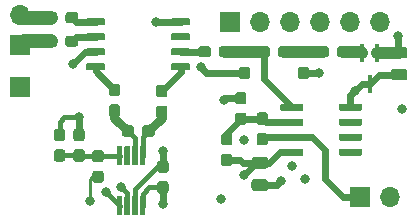
<source format=gbr>
G04 #@! TF.GenerationSoftware,KiCad,Pcbnew,(5.1.5)-3*
G04 #@! TF.CreationDate,2020-04-16T17:24:26+10:00*
G04 #@! TF.ProjectId,Heterodyne,48657465-726f-4647-996e-652e6b696361,rev?*
G04 #@! TF.SameCoordinates,Original*
G04 #@! TF.FileFunction,Copper,L1,Top*
G04 #@! TF.FilePolarity,Positive*
%FSLAX46Y46*%
G04 Gerber Fmt 4.6, Leading zero omitted, Abs format (unit mm)*
G04 Created by KiCad (PCBNEW (5.1.5)-3) date 2020-04-16 17:24:26*
%MOMM*%
%LPD*%
G04 APERTURE LIST*
%ADD10C,0.100000*%
%ADD11O,1.700000X1.700000*%
%ADD12R,1.700000X1.700000*%
%ADD13R,0.450000X1.500000*%
%ADD14C,0.800000*%
%ADD15C,0.600000*%
%ADD16C,0.400000*%
%ADD17C,0.800000*%
%ADD18C,1.200000*%
%ADD19C,1.000000*%
%ADD20C,0.250000*%
G04 APERTURE END LIST*
G04 #@! TA.AperFunction,SMDPad,CuDef*
D10*
G36*
X109110779Y-58501144D02*
G01*
X109133834Y-58504563D01*
X109156443Y-58510227D01*
X109178387Y-58518079D01*
X109199457Y-58528044D01*
X109219448Y-58540026D01*
X109238168Y-58553910D01*
X109255438Y-58569562D01*
X109271090Y-58586832D01*
X109284974Y-58605552D01*
X109296956Y-58625543D01*
X109306921Y-58646613D01*
X109314773Y-58668557D01*
X109320437Y-58691166D01*
X109323856Y-58714221D01*
X109325000Y-58737500D01*
X109325000Y-59312500D01*
X109323856Y-59335779D01*
X109320437Y-59358834D01*
X109314773Y-59381443D01*
X109306921Y-59403387D01*
X109296956Y-59424457D01*
X109284974Y-59444448D01*
X109271090Y-59463168D01*
X109255438Y-59480438D01*
X109238168Y-59496090D01*
X109219448Y-59509974D01*
X109199457Y-59521956D01*
X109178387Y-59531921D01*
X109156443Y-59539773D01*
X109133834Y-59545437D01*
X109110779Y-59548856D01*
X109087500Y-59550000D01*
X108612500Y-59550000D01*
X108589221Y-59548856D01*
X108566166Y-59545437D01*
X108543557Y-59539773D01*
X108521613Y-59531921D01*
X108500543Y-59521956D01*
X108480552Y-59509974D01*
X108461832Y-59496090D01*
X108444562Y-59480438D01*
X108428910Y-59463168D01*
X108415026Y-59444448D01*
X108403044Y-59424457D01*
X108393079Y-59403387D01*
X108385227Y-59381443D01*
X108379563Y-59358834D01*
X108376144Y-59335779D01*
X108375000Y-59312500D01*
X108375000Y-58737500D01*
X108376144Y-58714221D01*
X108379563Y-58691166D01*
X108385227Y-58668557D01*
X108393079Y-58646613D01*
X108403044Y-58625543D01*
X108415026Y-58605552D01*
X108428910Y-58586832D01*
X108444562Y-58569562D01*
X108461832Y-58553910D01*
X108480552Y-58540026D01*
X108500543Y-58528044D01*
X108521613Y-58518079D01*
X108543557Y-58510227D01*
X108566166Y-58504563D01*
X108589221Y-58501144D01*
X108612500Y-58500000D01*
X109087500Y-58500000D01*
X109110779Y-58501144D01*
G37*
G04 #@! TD.AperFunction*
G04 #@! TA.AperFunction,SMDPad,CuDef*
G36*
X109110779Y-60251144D02*
G01*
X109133834Y-60254563D01*
X109156443Y-60260227D01*
X109178387Y-60268079D01*
X109199457Y-60278044D01*
X109219448Y-60290026D01*
X109238168Y-60303910D01*
X109255438Y-60319562D01*
X109271090Y-60336832D01*
X109284974Y-60355552D01*
X109296956Y-60375543D01*
X109306921Y-60396613D01*
X109314773Y-60418557D01*
X109320437Y-60441166D01*
X109323856Y-60464221D01*
X109325000Y-60487500D01*
X109325000Y-61062500D01*
X109323856Y-61085779D01*
X109320437Y-61108834D01*
X109314773Y-61131443D01*
X109306921Y-61153387D01*
X109296956Y-61174457D01*
X109284974Y-61194448D01*
X109271090Y-61213168D01*
X109255438Y-61230438D01*
X109238168Y-61246090D01*
X109219448Y-61259974D01*
X109199457Y-61271956D01*
X109178387Y-61281921D01*
X109156443Y-61289773D01*
X109133834Y-61295437D01*
X109110779Y-61298856D01*
X109087500Y-61300000D01*
X108612500Y-61300000D01*
X108589221Y-61298856D01*
X108566166Y-61295437D01*
X108543557Y-61289773D01*
X108521613Y-61281921D01*
X108500543Y-61271956D01*
X108480552Y-61259974D01*
X108461832Y-61246090D01*
X108444562Y-61230438D01*
X108428910Y-61213168D01*
X108415026Y-61194448D01*
X108403044Y-61174457D01*
X108393079Y-61153387D01*
X108385227Y-61131443D01*
X108379563Y-61108834D01*
X108376144Y-61085779D01*
X108375000Y-61062500D01*
X108375000Y-60487500D01*
X108376144Y-60464221D01*
X108379563Y-60441166D01*
X108385227Y-60418557D01*
X108393079Y-60396613D01*
X108403044Y-60375543D01*
X108415026Y-60355552D01*
X108428910Y-60336832D01*
X108444562Y-60319562D01*
X108461832Y-60303910D01*
X108480552Y-60290026D01*
X108500543Y-60278044D01*
X108521613Y-60268079D01*
X108543557Y-60260227D01*
X108566166Y-60254563D01*
X108589221Y-60251144D01*
X108612500Y-60250000D01*
X109087500Y-60250000D01*
X109110779Y-60251144D01*
G37*
G04 #@! TD.AperFunction*
D11*
X136020000Y-49500000D03*
X133480000Y-49500000D03*
X130940000Y-49500000D03*
X128400000Y-49500000D03*
X125860000Y-49500000D03*
D12*
X123320000Y-49500000D03*
G04 #@! TA.AperFunction,SMDPad,CuDef*
D10*
G36*
X126435779Y-51526144D02*
G01*
X126458834Y-51529563D01*
X126481443Y-51535227D01*
X126503387Y-51543079D01*
X126524457Y-51553044D01*
X126544448Y-51565026D01*
X126563168Y-51578910D01*
X126580438Y-51594562D01*
X126596090Y-51611832D01*
X126609974Y-51630552D01*
X126621956Y-51650543D01*
X126631921Y-51671613D01*
X126639773Y-51693557D01*
X126645437Y-51716166D01*
X126648856Y-51739221D01*
X126650000Y-51762500D01*
X126650000Y-52237500D01*
X126648856Y-52260779D01*
X126645437Y-52283834D01*
X126639773Y-52306443D01*
X126631921Y-52328387D01*
X126621956Y-52349457D01*
X126609974Y-52369448D01*
X126596090Y-52388168D01*
X126580438Y-52405438D01*
X126563168Y-52421090D01*
X126544448Y-52434974D01*
X126524457Y-52446956D01*
X126503387Y-52456921D01*
X126481443Y-52464773D01*
X126458834Y-52470437D01*
X126435779Y-52473856D01*
X126412500Y-52475000D01*
X125837500Y-52475000D01*
X125814221Y-52473856D01*
X125791166Y-52470437D01*
X125768557Y-52464773D01*
X125746613Y-52456921D01*
X125725543Y-52446956D01*
X125705552Y-52434974D01*
X125686832Y-52421090D01*
X125669562Y-52405438D01*
X125653910Y-52388168D01*
X125640026Y-52369448D01*
X125628044Y-52349457D01*
X125618079Y-52328387D01*
X125610227Y-52306443D01*
X125604563Y-52283834D01*
X125601144Y-52260779D01*
X125600000Y-52237500D01*
X125600000Y-51762500D01*
X125601144Y-51739221D01*
X125604563Y-51716166D01*
X125610227Y-51693557D01*
X125618079Y-51671613D01*
X125628044Y-51650543D01*
X125640026Y-51630552D01*
X125653910Y-51611832D01*
X125669562Y-51594562D01*
X125686832Y-51578910D01*
X125705552Y-51565026D01*
X125725543Y-51553044D01*
X125746613Y-51543079D01*
X125768557Y-51535227D01*
X125791166Y-51529563D01*
X125814221Y-51526144D01*
X125837500Y-51525000D01*
X126412500Y-51525000D01*
X126435779Y-51526144D01*
G37*
G04 #@! TD.AperFunction*
G04 #@! TA.AperFunction,SMDPad,CuDef*
G36*
X128185779Y-51526144D02*
G01*
X128208834Y-51529563D01*
X128231443Y-51535227D01*
X128253387Y-51543079D01*
X128274457Y-51553044D01*
X128294448Y-51565026D01*
X128313168Y-51578910D01*
X128330438Y-51594562D01*
X128346090Y-51611832D01*
X128359974Y-51630552D01*
X128371956Y-51650543D01*
X128381921Y-51671613D01*
X128389773Y-51693557D01*
X128395437Y-51716166D01*
X128398856Y-51739221D01*
X128400000Y-51762500D01*
X128400000Y-52237500D01*
X128398856Y-52260779D01*
X128395437Y-52283834D01*
X128389773Y-52306443D01*
X128381921Y-52328387D01*
X128371956Y-52349457D01*
X128359974Y-52369448D01*
X128346090Y-52388168D01*
X128330438Y-52405438D01*
X128313168Y-52421090D01*
X128294448Y-52434974D01*
X128274457Y-52446956D01*
X128253387Y-52456921D01*
X128231443Y-52464773D01*
X128208834Y-52470437D01*
X128185779Y-52473856D01*
X128162500Y-52475000D01*
X127587500Y-52475000D01*
X127564221Y-52473856D01*
X127541166Y-52470437D01*
X127518557Y-52464773D01*
X127496613Y-52456921D01*
X127475543Y-52446956D01*
X127455552Y-52434974D01*
X127436832Y-52421090D01*
X127419562Y-52405438D01*
X127403910Y-52388168D01*
X127390026Y-52369448D01*
X127378044Y-52349457D01*
X127368079Y-52328387D01*
X127360227Y-52306443D01*
X127354563Y-52283834D01*
X127351144Y-52260779D01*
X127350000Y-52237500D01*
X127350000Y-51762500D01*
X127351144Y-51739221D01*
X127354563Y-51716166D01*
X127360227Y-51693557D01*
X127368079Y-51671613D01*
X127378044Y-51650543D01*
X127390026Y-51630552D01*
X127403910Y-51611832D01*
X127419562Y-51594562D01*
X127436832Y-51578910D01*
X127455552Y-51565026D01*
X127475543Y-51553044D01*
X127496613Y-51543079D01*
X127518557Y-51535227D01*
X127541166Y-51529563D01*
X127564221Y-51526144D01*
X127587500Y-51525000D01*
X128162500Y-51525000D01*
X128185779Y-51526144D01*
G37*
G04 #@! TD.AperFunction*
G04 #@! TA.AperFunction,SMDPad,CuDef*
G36*
X113760779Y-56451144D02*
G01*
X113783834Y-56454563D01*
X113806443Y-56460227D01*
X113828387Y-56468079D01*
X113849457Y-56478044D01*
X113869448Y-56490026D01*
X113888168Y-56503910D01*
X113905438Y-56519562D01*
X113921090Y-56536832D01*
X113934974Y-56555552D01*
X113946956Y-56575543D01*
X113956921Y-56596613D01*
X113964773Y-56618557D01*
X113970437Y-56641166D01*
X113973856Y-56664221D01*
X113975000Y-56687500D01*
X113975000Y-57262500D01*
X113973856Y-57285779D01*
X113970437Y-57308834D01*
X113964773Y-57331443D01*
X113956921Y-57353387D01*
X113946956Y-57374457D01*
X113934974Y-57394448D01*
X113921090Y-57413168D01*
X113905438Y-57430438D01*
X113888168Y-57446090D01*
X113869448Y-57459974D01*
X113849457Y-57471956D01*
X113828387Y-57481921D01*
X113806443Y-57489773D01*
X113783834Y-57495437D01*
X113760779Y-57498856D01*
X113737500Y-57500000D01*
X113262500Y-57500000D01*
X113239221Y-57498856D01*
X113216166Y-57495437D01*
X113193557Y-57489773D01*
X113171613Y-57481921D01*
X113150543Y-57471956D01*
X113130552Y-57459974D01*
X113111832Y-57446090D01*
X113094562Y-57430438D01*
X113078910Y-57413168D01*
X113065026Y-57394448D01*
X113053044Y-57374457D01*
X113043079Y-57353387D01*
X113035227Y-57331443D01*
X113029563Y-57308834D01*
X113026144Y-57285779D01*
X113025000Y-57262500D01*
X113025000Y-56687500D01*
X113026144Y-56664221D01*
X113029563Y-56641166D01*
X113035227Y-56618557D01*
X113043079Y-56596613D01*
X113053044Y-56575543D01*
X113065026Y-56555552D01*
X113078910Y-56536832D01*
X113094562Y-56519562D01*
X113111832Y-56503910D01*
X113130552Y-56490026D01*
X113150543Y-56478044D01*
X113171613Y-56468079D01*
X113193557Y-56460227D01*
X113216166Y-56454563D01*
X113239221Y-56451144D01*
X113262500Y-56450000D01*
X113737500Y-56450000D01*
X113760779Y-56451144D01*
G37*
G04 #@! TD.AperFunction*
G04 #@! TA.AperFunction,SMDPad,CuDef*
G36*
X113760779Y-54701144D02*
G01*
X113783834Y-54704563D01*
X113806443Y-54710227D01*
X113828387Y-54718079D01*
X113849457Y-54728044D01*
X113869448Y-54740026D01*
X113888168Y-54753910D01*
X113905438Y-54769562D01*
X113921090Y-54786832D01*
X113934974Y-54805552D01*
X113946956Y-54825543D01*
X113956921Y-54846613D01*
X113964773Y-54868557D01*
X113970437Y-54891166D01*
X113973856Y-54914221D01*
X113975000Y-54937500D01*
X113975000Y-55512500D01*
X113973856Y-55535779D01*
X113970437Y-55558834D01*
X113964773Y-55581443D01*
X113956921Y-55603387D01*
X113946956Y-55624457D01*
X113934974Y-55644448D01*
X113921090Y-55663168D01*
X113905438Y-55680438D01*
X113888168Y-55696090D01*
X113869448Y-55709974D01*
X113849457Y-55721956D01*
X113828387Y-55731921D01*
X113806443Y-55739773D01*
X113783834Y-55745437D01*
X113760779Y-55748856D01*
X113737500Y-55750000D01*
X113262500Y-55750000D01*
X113239221Y-55748856D01*
X113216166Y-55745437D01*
X113193557Y-55739773D01*
X113171613Y-55731921D01*
X113150543Y-55721956D01*
X113130552Y-55709974D01*
X113111832Y-55696090D01*
X113094562Y-55680438D01*
X113078910Y-55663168D01*
X113065026Y-55644448D01*
X113053044Y-55624457D01*
X113043079Y-55603387D01*
X113035227Y-55581443D01*
X113029563Y-55558834D01*
X113026144Y-55535779D01*
X113025000Y-55512500D01*
X113025000Y-54937500D01*
X113026144Y-54914221D01*
X113029563Y-54891166D01*
X113035227Y-54868557D01*
X113043079Y-54846613D01*
X113053044Y-54825543D01*
X113065026Y-54805552D01*
X113078910Y-54786832D01*
X113094562Y-54769562D01*
X113111832Y-54753910D01*
X113130552Y-54740026D01*
X113150543Y-54728044D01*
X113171613Y-54718079D01*
X113193557Y-54710227D01*
X113216166Y-54704563D01*
X113239221Y-54701144D01*
X113262500Y-54700000D01*
X113737500Y-54700000D01*
X113760779Y-54701144D01*
G37*
G04 #@! TD.AperFunction*
G04 #@! TA.AperFunction,SMDPad,CuDef*
G36*
X117760779Y-56551144D02*
G01*
X117783834Y-56554563D01*
X117806443Y-56560227D01*
X117828387Y-56568079D01*
X117849457Y-56578044D01*
X117869448Y-56590026D01*
X117888168Y-56603910D01*
X117905438Y-56619562D01*
X117921090Y-56636832D01*
X117934974Y-56655552D01*
X117946956Y-56675543D01*
X117956921Y-56696613D01*
X117964773Y-56718557D01*
X117970437Y-56741166D01*
X117973856Y-56764221D01*
X117975000Y-56787500D01*
X117975000Y-57362500D01*
X117973856Y-57385779D01*
X117970437Y-57408834D01*
X117964773Y-57431443D01*
X117956921Y-57453387D01*
X117946956Y-57474457D01*
X117934974Y-57494448D01*
X117921090Y-57513168D01*
X117905438Y-57530438D01*
X117888168Y-57546090D01*
X117869448Y-57559974D01*
X117849457Y-57571956D01*
X117828387Y-57581921D01*
X117806443Y-57589773D01*
X117783834Y-57595437D01*
X117760779Y-57598856D01*
X117737500Y-57600000D01*
X117262500Y-57600000D01*
X117239221Y-57598856D01*
X117216166Y-57595437D01*
X117193557Y-57589773D01*
X117171613Y-57581921D01*
X117150543Y-57571956D01*
X117130552Y-57559974D01*
X117111832Y-57546090D01*
X117094562Y-57530438D01*
X117078910Y-57513168D01*
X117065026Y-57494448D01*
X117053044Y-57474457D01*
X117043079Y-57453387D01*
X117035227Y-57431443D01*
X117029563Y-57408834D01*
X117026144Y-57385779D01*
X117025000Y-57362500D01*
X117025000Y-56787500D01*
X117026144Y-56764221D01*
X117029563Y-56741166D01*
X117035227Y-56718557D01*
X117043079Y-56696613D01*
X117053044Y-56675543D01*
X117065026Y-56655552D01*
X117078910Y-56636832D01*
X117094562Y-56619562D01*
X117111832Y-56603910D01*
X117130552Y-56590026D01*
X117150543Y-56578044D01*
X117171613Y-56568079D01*
X117193557Y-56560227D01*
X117216166Y-56554563D01*
X117239221Y-56551144D01*
X117262500Y-56550000D01*
X117737500Y-56550000D01*
X117760779Y-56551144D01*
G37*
G04 #@! TD.AperFunction*
G04 #@! TA.AperFunction,SMDPad,CuDef*
G36*
X117760779Y-54801144D02*
G01*
X117783834Y-54804563D01*
X117806443Y-54810227D01*
X117828387Y-54818079D01*
X117849457Y-54828044D01*
X117869448Y-54840026D01*
X117888168Y-54853910D01*
X117905438Y-54869562D01*
X117921090Y-54886832D01*
X117934974Y-54905552D01*
X117946956Y-54925543D01*
X117956921Y-54946613D01*
X117964773Y-54968557D01*
X117970437Y-54991166D01*
X117973856Y-55014221D01*
X117975000Y-55037500D01*
X117975000Y-55612500D01*
X117973856Y-55635779D01*
X117970437Y-55658834D01*
X117964773Y-55681443D01*
X117956921Y-55703387D01*
X117946956Y-55724457D01*
X117934974Y-55744448D01*
X117921090Y-55763168D01*
X117905438Y-55780438D01*
X117888168Y-55796090D01*
X117869448Y-55809974D01*
X117849457Y-55821956D01*
X117828387Y-55831921D01*
X117806443Y-55839773D01*
X117783834Y-55845437D01*
X117760779Y-55848856D01*
X117737500Y-55850000D01*
X117262500Y-55850000D01*
X117239221Y-55848856D01*
X117216166Y-55845437D01*
X117193557Y-55839773D01*
X117171613Y-55831921D01*
X117150543Y-55821956D01*
X117130552Y-55809974D01*
X117111832Y-55796090D01*
X117094562Y-55780438D01*
X117078910Y-55763168D01*
X117065026Y-55744448D01*
X117053044Y-55724457D01*
X117043079Y-55703387D01*
X117035227Y-55681443D01*
X117029563Y-55658834D01*
X117026144Y-55635779D01*
X117025000Y-55612500D01*
X117025000Y-55037500D01*
X117026144Y-55014221D01*
X117029563Y-54991166D01*
X117035227Y-54968557D01*
X117043079Y-54946613D01*
X117053044Y-54925543D01*
X117065026Y-54905552D01*
X117078910Y-54886832D01*
X117094562Y-54869562D01*
X117111832Y-54853910D01*
X117130552Y-54840026D01*
X117150543Y-54828044D01*
X117171613Y-54818079D01*
X117193557Y-54810227D01*
X117216166Y-54804563D01*
X117239221Y-54801144D01*
X117262500Y-54800000D01*
X117737500Y-54800000D01*
X117760779Y-54801144D01*
G37*
G04 #@! TD.AperFunction*
G04 #@! TA.AperFunction,SMDPad,CuDef*
G36*
X110760779Y-58501144D02*
G01*
X110783834Y-58504563D01*
X110806443Y-58510227D01*
X110828387Y-58518079D01*
X110849457Y-58528044D01*
X110869448Y-58540026D01*
X110888168Y-58553910D01*
X110905438Y-58569562D01*
X110921090Y-58586832D01*
X110934974Y-58605552D01*
X110946956Y-58625543D01*
X110956921Y-58646613D01*
X110964773Y-58668557D01*
X110970437Y-58691166D01*
X110973856Y-58714221D01*
X110975000Y-58737500D01*
X110975000Y-59312500D01*
X110973856Y-59335779D01*
X110970437Y-59358834D01*
X110964773Y-59381443D01*
X110956921Y-59403387D01*
X110946956Y-59424457D01*
X110934974Y-59444448D01*
X110921090Y-59463168D01*
X110905438Y-59480438D01*
X110888168Y-59496090D01*
X110869448Y-59509974D01*
X110849457Y-59521956D01*
X110828387Y-59531921D01*
X110806443Y-59539773D01*
X110783834Y-59545437D01*
X110760779Y-59548856D01*
X110737500Y-59550000D01*
X110262500Y-59550000D01*
X110239221Y-59548856D01*
X110216166Y-59545437D01*
X110193557Y-59539773D01*
X110171613Y-59531921D01*
X110150543Y-59521956D01*
X110130552Y-59509974D01*
X110111832Y-59496090D01*
X110094562Y-59480438D01*
X110078910Y-59463168D01*
X110065026Y-59444448D01*
X110053044Y-59424457D01*
X110043079Y-59403387D01*
X110035227Y-59381443D01*
X110029563Y-59358834D01*
X110026144Y-59335779D01*
X110025000Y-59312500D01*
X110025000Y-58737500D01*
X110026144Y-58714221D01*
X110029563Y-58691166D01*
X110035227Y-58668557D01*
X110043079Y-58646613D01*
X110053044Y-58625543D01*
X110065026Y-58605552D01*
X110078910Y-58586832D01*
X110094562Y-58569562D01*
X110111832Y-58553910D01*
X110130552Y-58540026D01*
X110150543Y-58528044D01*
X110171613Y-58518079D01*
X110193557Y-58510227D01*
X110216166Y-58504563D01*
X110239221Y-58501144D01*
X110262500Y-58500000D01*
X110737500Y-58500000D01*
X110760779Y-58501144D01*
G37*
G04 #@! TD.AperFunction*
G04 #@! TA.AperFunction,SMDPad,CuDef*
G36*
X110760779Y-60251144D02*
G01*
X110783834Y-60254563D01*
X110806443Y-60260227D01*
X110828387Y-60268079D01*
X110849457Y-60278044D01*
X110869448Y-60290026D01*
X110888168Y-60303910D01*
X110905438Y-60319562D01*
X110921090Y-60336832D01*
X110934974Y-60355552D01*
X110946956Y-60375543D01*
X110956921Y-60396613D01*
X110964773Y-60418557D01*
X110970437Y-60441166D01*
X110973856Y-60464221D01*
X110975000Y-60487500D01*
X110975000Y-61062500D01*
X110973856Y-61085779D01*
X110970437Y-61108834D01*
X110964773Y-61131443D01*
X110956921Y-61153387D01*
X110946956Y-61174457D01*
X110934974Y-61194448D01*
X110921090Y-61213168D01*
X110905438Y-61230438D01*
X110888168Y-61246090D01*
X110869448Y-61259974D01*
X110849457Y-61271956D01*
X110828387Y-61281921D01*
X110806443Y-61289773D01*
X110783834Y-61295437D01*
X110760779Y-61298856D01*
X110737500Y-61300000D01*
X110262500Y-61300000D01*
X110239221Y-61298856D01*
X110216166Y-61295437D01*
X110193557Y-61289773D01*
X110171613Y-61281921D01*
X110150543Y-61271956D01*
X110130552Y-61259974D01*
X110111832Y-61246090D01*
X110094562Y-61230438D01*
X110078910Y-61213168D01*
X110065026Y-61194448D01*
X110053044Y-61174457D01*
X110043079Y-61153387D01*
X110035227Y-61131443D01*
X110029563Y-61108834D01*
X110026144Y-61085779D01*
X110025000Y-61062500D01*
X110025000Y-60487500D01*
X110026144Y-60464221D01*
X110029563Y-60441166D01*
X110035227Y-60418557D01*
X110043079Y-60396613D01*
X110053044Y-60375543D01*
X110065026Y-60355552D01*
X110078910Y-60336832D01*
X110094562Y-60319562D01*
X110111832Y-60303910D01*
X110130552Y-60290026D01*
X110150543Y-60278044D01*
X110171613Y-60268079D01*
X110193557Y-60260227D01*
X110216166Y-60254563D01*
X110239221Y-60251144D01*
X110262500Y-60250000D01*
X110737500Y-60250000D01*
X110760779Y-60251144D01*
G37*
G04 #@! TD.AperFunction*
G04 #@! TA.AperFunction,SMDPad,CuDef*
G36*
X112360779Y-60301144D02*
G01*
X112383834Y-60304563D01*
X112406443Y-60310227D01*
X112428387Y-60318079D01*
X112449457Y-60328044D01*
X112469448Y-60340026D01*
X112488168Y-60353910D01*
X112505438Y-60369562D01*
X112521090Y-60386832D01*
X112534974Y-60405552D01*
X112546956Y-60425543D01*
X112556921Y-60446613D01*
X112564773Y-60468557D01*
X112570437Y-60491166D01*
X112573856Y-60514221D01*
X112575000Y-60537500D01*
X112575000Y-61112500D01*
X112573856Y-61135779D01*
X112570437Y-61158834D01*
X112564773Y-61181443D01*
X112556921Y-61203387D01*
X112546956Y-61224457D01*
X112534974Y-61244448D01*
X112521090Y-61263168D01*
X112505438Y-61280438D01*
X112488168Y-61296090D01*
X112469448Y-61309974D01*
X112449457Y-61321956D01*
X112428387Y-61331921D01*
X112406443Y-61339773D01*
X112383834Y-61345437D01*
X112360779Y-61348856D01*
X112337500Y-61350000D01*
X111862500Y-61350000D01*
X111839221Y-61348856D01*
X111816166Y-61345437D01*
X111793557Y-61339773D01*
X111771613Y-61331921D01*
X111750543Y-61321956D01*
X111730552Y-61309974D01*
X111711832Y-61296090D01*
X111694562Y-61280438D01*
X111678910Y-61263168D01*
X111665026Y-61244448D01*
X111653044Y-61224457D01*
X111643079Y-61203387D01*
X111635227Y-61181443D01*
X111629563Y-61158834D01*
X111626144Y-61135779D01*
X111625000Y-61112500D01*
X111625000Y-60537500D01*
X111626144Y-60514221D01*
X111629563Y-60491166D01*
X111635227Y-60468557D01*
X111643079Y-60446613D01*
X111653044Y-60425543D01*
X111665026Y-60405552D01*
X111678910Y-60386832D01*
X111694562Y-60369562D01*
X111711832Y-60353910D01*
X111730552Y-60340026D01*
X111750543Y-60328044D01*
X111771613Y-60318079D01*
X111793557Y-60310227D01*
X111816166Y-60304563D01*
X111839221Y-60301144D01*
X111862500Y-60300000D01*
X112337500Y-60300000D01*
X112360779Y-60301144D01*
G37*
G04 #@! TD.AperFunction*
G04 #@! TA.AperFunction,SMDPad,CuDef*
G36*
X112360779Y-62051144D02*
G01*
X112383834Y-62054563D01*
X112406443Y-62060227D01*
X112428387Y-62068079D01*
X112449457Y-62078044D01*
X112469448Y-62090026D01*
X112488168Y-62103910D01*
X112505438Y-62119562D01*
X112521090Y-62136832D01*
X112534974Y-62155552D01*
X112546956Y-62175543D01*
X112556921Y-62196613D01*
X112564773Y-62218557D01*
X112570437Y-62241166D01*
X112573856Y-62264221D01*
X112575000Y-62287500D01*
X112575000Y-62862500D01*
X112573856Y-62885779D01*
X112570437Y-62908834D01*
X112564773Y-62931443D01*
X112556921Y-62953387D01*
X112546956Y-62974457D01*
X112534974Y-62994448D01*
X112521090Y-63013168D01*
X112505438Y-63030438D01*
X112488168Y-63046090D01*
X112469448Y-63059974D01*
X112449457Y-63071956D01*
X112428387Y-63081921D01*
X112406443Y-63089773D01*
X112383834Y-63095437D01*
X112360779Y-63098856D01*
X112337500Y-63100000D01*
X111862500Y-63100000D01*
X111839221Y-63098856D01*
X111816166Y-63095437D01*
X111793557Y-63089773D01*
X111771613Y-63081921D01*
X111750543Y-63071956D01*
X111730552Y-63059974D01*
X111711832Y-63046090D01*
X111694562Y-63030438D01*
X111678910Y-63013168D01*
X111665026Y-62994448D01*
X111653044Y-62974457D01*
X111643079Y-62953387D01*
X111635227Y-62931443D01*
X111629563Y-62908834D01*
X111626144Y-62885779D01*
X111625000Y-62862500D01*
X111625000Y-62287500D01*
X111626144Y-62264221D01*
X111629563Y-62241166D01*
X111635227Y-62218557D01*
X111643079Y-62196613D01*
X111653044Y-62175543D01*
X111665026Y-62155552D01*
X111678910Y-62136832D01*
X111694562Y-62119562D01*
X111711832Y-62103910D01*
X111730552Y-62090026D01*
X111750543Y-62078044D01*
X111771613Y-62068079D01*
X111793557Y-62060227D01*
X111816166Y-62054563D01*
X111839221Y-62051144D01*
X111862500Y-62050000D01*
X112337500Y-62050000D01*
X112360779Y-62051144D01*
G37*
G04 #@! TD.AperFunction*
G04 #@! TA.AperFunction,SMDPad,CuDef*
G36*
X126260779Y-58876144D02*
G01*
X126283834Y-58879563D01*
X126306443Y-58885227D01*
X126328387Y-58893079D01*
X126349457Y-58903044D01*
X126369448Y-58915026D01*
X126388168Y-58928910D01*
X126405438Y-58944562D01*
X126421090Y-58961832D01*
X126434974Y-58980552D01*
X126446956Y-59000543D01*
X126456921Y-59021613D01*
X126464773Y-59043557D01*
X126470437Y-59066166D01*
X126473856Y-59089221D01*
X126475000Y-59112500D01*
X126475000Y-59687500D01*
X126473856Y-59710779D01*
X126470437Y-59733834D01*
X126464773Y-59756443D01*
X126456921Y-59778387D01*
X126446956Y-59799457D01*
X126434974Y-59819448D01*
X126421090Y-59838168D01*
X126405438Y-59855438D01*
X126388168Y-59871090D01*
X126369448Y-59884974D01*
X126349457Y-59896956D01*
X126328387Y-59906921D01*
X126306443Y-59914773D01*
X126283834Y-59920437D01*
X126260779Y-59923856D01*
X126237500Y-59925000D01*
X125762500Y-59925000D01*
X125739221Y-59923856D01*
X125716166Y-59920437D01*
X125693557Y-59914773D01*
X125671613Y-59906921D01*
X125650543Y-59896956D01*
X125630552Y-59884974D01*
X125611832Y-59871090D01*
X125594562Y-59855438D01*
X125578910Y-59838168D01*
X125565026Y-59819448D01*
X125553044Y-59799457D01*
X125543079Y-59778387D01*
X125535227Y-59756443D01*
X125529563Y-59733834D01*
X125526144Y-59710779D01*
X125525000Y-59687500D01*
X125525000Y-59112500D01*
X125526144Y-59089221D01*
X125529563Y-59066166D01*
X125535227Y-59043557D01*
X125543079Y-59021613D01*
X125553044Y-59000543D01*
X125565026Y-58980552D01*
X125578910Y-58961832D01*
X125594562Y-58944562D01*
X125611832Y-58928910D01*
X125630552Y-58915026D01*
X125650543Y-58903044D01*
X125671613Y-58893079D01*
X125693557Y-58885227D01*
X125716166Y-58879563D01*
X125739221Y-58876144D01*
X125762500Y-58875000D01*
X126237500Y-58875000D01*
X126260779Y-58876144D01*
G37*
G04 #@! TD.AperFunction*
G04 #@! TA.AperFunction,SMDPad,CuDef*
G36*
X126260779Y-57126144D02*
G01*
X126283834Y-57129563D01*
X126306443Y-57135227D01*
X126328387Y-57143079D01*
X126349457Y-57153044D01*
X126369448Y-57165026D01*
X126388168Y-57178910D01*
X126405438Y-57194562D01*
X126421090Y-57211832D01*
X126434974Y-57230552D01*
X126446956Y-57250543D01*
X126456921Y-57271613D01*
X126464773Y-57293557D01*
X126470437Y-57316166D01*
X126473856Y-57339221D01*
X126475000Y-57362500D01*
X126475000Y-57937500D01*
X126473856Y-57960779D01*
X126470437Y-57983834D01*
X126464773Y-58006443D01*
X126456921Y-58028387D01*
X126446956Y-58049457D01*
X126434974Y-58069448D01*
X126421090Y-58088168D01*
X126405438Y-58105438D01*
X126388168Y-58121090D01*
X126369448Y-58134974D01*
X126349457Y-58146956D01*
X126328387Y-58156921D01*
X126306443Y-58164773D01*
X126283834Y-58170437D01*
X126260779Y-58173856D01*
X126237500Y-58175000D01*
X125762500Y-58175000D01*
X125739221Y-58173856D01*
X125716166Y-58170437D01*
X125693557Y-58164773D01*
X125671613Y-58156921D01*
X125650543Y-58146956D01*
X125630552Y-58134974D01*
X125611832Y-58121090D01*
X125594562Y-58105438D01*
X125578910Y-58088168D01*
X125565026Y-58069448D01*
X125553044Y-58049457D01*
X125543079Y-58028387D01*
X125535227Y-58006443D01*
X125529563Y-57983834D01*
X125526144Y-57960779D01*
X125525000Y-57937500D01*
X125525000Y-57362500D01*
X125526144Y-57339221D01*
X125529563Y-57316166D01*
X125535227Y-57293557D01*
X125543079Y-57271613D01*
X125553044Y-57250543D01*
X125565026Y-57230552D01*
X125578910Y-57211832D01*
X125594562Y-57194562D01*
X125611832Y-57178910D01*
X125630552Y-57165026D01*
X125650543Y-57153044D01*
X125671613Y-57143079D01*
X125693557Y-57135227D01*
X125716166Y-57129563D01*
X125739221Y-57126144D01*
X125762500Y-57125000D01*
X126237500Y-57125000D01*
X126260779Y-57126144D01*
G37*
G04 #@! TD.AperFunction*
G04 #@! TA.AperFunction,SMDPad,CuDef*
G36*
X124460779Y-57151144D02*
G01*
X124483834Y-57154563D01*
X124506443Y-57160227D01*
X124528387Y-57168079D01*
X124549457Y-57178044D01*
X124569448Y-57190026D01*
X124588168Y-57203910D01*
X124605438Y-57219562D01*
X124621090Y-57236832D01*
X124634974Y-57255552D01*
X124646956Y-57275543D01*
X124656921Y-57296613D01*
X124664773Y-57318557D01*
X124670437Y-57341166D01*
X124673856Y-57364221D01*
X124675000Y-57387500D01*
X124675000Y-57962500D01*
X124673856Y-57985779D01*
X124670437Y-58008834D01*
X124664773Y-58031443D01*
X124656921Y-58053387D01*
X124646956Y-58074457D01*
X124634974Y-58094448D01*
X124621090Y-58113168D01*
X124605438Y-58130438D01*
X124588168Y-58146090D01*
X124569448Y-58159974D01*
X124549457Y-58171956D01*
X124528387Y-58181921D01*
X124506443Y-58189773D01*
X124483834Y-58195437D01*
X124460779Y-58198856D01*
X124437500Y-58200000D01*
X123962500Y-58200000D01*
X123939221Y-58198856D01*
X123916166Y-58195437D01*
X123893557Y-58189773D01*
X123871613Y-58181921D01*
X123850543Y-58171956D01*
X123830552Y-58159974D01*
X123811832Y-58146090D01*
X123794562Y-58130438D01*
X123778910Y-58113168D01*
X123765026Y-58094448D01*
X123753044Y-58074457D01*
X123743079Y-58053387D01*
X123735227Y-58031443D01*
X123729563Y-58008834D01*
X123726144Y-57985779D01*
X123725000Y-57962500D01*
X123725000Y-57387500D01*
X123726144Y-57364221D01*
X123729563Y-57341166D01*
X123735227Y-57318557D01*
X123743079Y-57296613D01*
X123753044Y-57275543D01*
X123765026Y-57255552D01*
X123778910Y-57236832D01*
X123794562Y-57219562D01*
X123811832Y-57203910D01*
X123830552Y-57190026D01*
X123850543Y-57178044D01*
X123871613Y-57168079D01*
X123893557Y-57160227D01*
X123916166Y-57154563D01*
X123939221Y-57151144D01*
X123962500Y-57150000D01*
X124437500Y-57150000D01*
X124460779Y-57151144D01*
G37*
G04 #@! TD.AperFunction*
G04 #@! TA.AperFunction,SMDPad,CuDef*
G36*
X124460779Y-55401144D02*
G01*
X124483834Y-55404563D01*
X124506443Y-55410227D01*
X124528387Y-55418079D01*
X124549457Y-55428044D01*
X124569448Y-55440026D01*
X124588168Y-55453910D01*
X124605438Y-55469562D01*
X124621090Y-55486832D01*
X124634974Y-55505552D01*
X124646956Y-55525543D01*
X124656921Y-55546613D01*
X124664773Y-55568557D01*
X124670437Y-55591166D01*
X124673856Y-55614221D01*
X124675000Y-55637500D01*
X124675000Y-56212500D01*
X124673856Y-56235779D01*
X124670437Y-56258834D01*
X124664773Y-56281443D01*
X124656921Y-56303387D01*
X124646956Y-56324457D01*
X124634974Y-56344448D01*
X124621090Y-56363168D01*
X124605438Y-56380438D01*
X124588168Y-56396090D01*
X124569448Y-56409974D01*
X124549457Y-56421956D01*
X124528387Y-56431921D01*
X124506443Y-56439773D01*
X124483834Y-56445437D01*
X124460779Y-56448856D01*
X124437500Y-56450000D01*
X123962500Y-56450000D01*
X123939221Y-56448856D01*
X123916166Y-56445437D01*
X123893557Y-56439773D01*
X123871613Y-56431921D01*
X123850543Y-56421956D01*
X123830552Y-56409974D01*
X123811832Y-56396090D01*
X123794562Y-56380438D01*
X123778910Y-56363168D01*
X123765026Y-56344448D01*
X123753044Y-56324457D01*
X123743079Y-56303387D01*
X123735227Y-56281443D01*
X123729563Y-56258834D01*
X123726144Y-56235779D01*
X123725000Y-56212500D01*
X123725000Y-55637500D01*
X123726144Y-55614221D01*
X123729563Y-55591166D01*
X123735227Y-55568557D01*
X123743079Y-55546613D01*
X123753044Y-55525543D01*
X123765026Y-55505552D01*
X123778910Y-55486832D01*
X123794562Y-55469562D01*
X123811832Y-55453910D01*
X123830552Y-55440026D01*
X123850543Y-55428044D01*
X123871613Y-55418079D01*
X123893557Y-55410227D01*
X123916166Y-55404563D01*
X123939221Y-55401144D01*
X123962500Y-55400000D01*
X124437500Y-55400000D01*
X124460779Y-55401144D01*
G37*
G04 #@! TD.AperFunction*
G04 #@! TA.AperFunction,SMDPad,CuDef*
G36*
X131435779Y-51526144D02*
G01*
X131458834Y-51529563D01*
X131481443Y-51535227D01*
X131503387Y-51543079D01*
X131524457Y-51553044D01*
X131544448Y-51565026D01*
X131563168Y-51578910D01*
X131580438Y-51594562D01*
X131596090Y-51611832D01*
X131609974Y-51630552D01*
X131621956Y-51650543D01*
X131631921Y-51671613D01*
X131639773Y-51693557D01*
X131645437Y-51716166D01*
X131648856Y-51739221D01*
X131650000Y-51762500D01*
X131650000Y-52237500D01*
X131648856Y-52260779D01*
X131645437Y-52283834D01*
X131639773Y-52306443D01*
X131631921Y-52328387D01*
X131621956Y-52349457D01*
X131609974Y-52369448D01*
X131596090Y-52388168D01*
X131580438Y-52405438D01*
X131563168Y-52421090D01*
X131544448Y-52434974D01*
X131524457Y-52446956D01*
X131503387Y-52456921D01*
X131481443Y-52464773D01*
X131458834Y-52470437D01*
X131435779Y-52473856D01*
X131412500Y-52475000D01*
X130837500Y-52475000D01*
X130814221Y-52473856D01*
X130791166Y-52470437D01*
X130768557Y-52464773D01*
X130746613Y-52456921D01*
X130725543Y-52446956D01*
X130705552Y-52434974D01*
X130686832Y-52421090D01*
X130669562Y-52405438D01*
X130653910Y-52388168D01*
X130640026Y-52369448D01*
X130628044Y-52349457D01*
X130618079Y-52328387D01*
X130610227Y-52306443D01*
X130604563Y-52283834D01*
X130601144Y-52260779D01*
X130600000Y-52237500D01*
X130600000Y-51762500D01*
X130601144Y-51739221D01*
X130604563Y-51716166D01*
X130610227Y-51693557D01*
X130618079Y-51671613D01*
X130628044Y-51650543D01*
X130640026Y-51630552D01*
X130653910Y-51611832D01*
X130669562Y-51594562D01*
X130686832Y-51578910D01*
X130705552Y-51565026D01*
X130725543Y-51553044D01*
X130746613Y-51543079D01*
X130768557Y-51535227D01*
X130791166Y-51529563D01*
X130814221Y-51526144D01*
X130837500Y-51525000D01*
X131412500Y-51525000D01*
X131435779Y-51526144D01*
G37*
G04 #@! TD.AperFunction*
G04 #@! TA.AperFunction,SMDPad,CuDef*
G36*
X133185779Y-51526144D02*
G01*
X133208834Y-51529563D01*
X133231443Y-51535227D01*
X133253387Y-51543079D01*
X133274457Y-51553044D01*
X133294448Y-51565026D01*
X133313168Y-51578910D01*
X133330438Y-51594562D01*
X133346090Y-51611832D01*
X133359974Y-51630552D01*
X133371956Y-51650543D01*
X133381921Y-51671613D01*
X133389773Y-51693557D01*
X133395437Y-51716166D01*
X133398856Y-51739221D01*
X133400000Y-51762500D01*
X133400000Y-52237500D01*
X133398856Y-52260779D01*
X133395437Y-52283834D01*
X133389773Y-52306443D01*
X133381921Y-52328387D01*
X133371956Y-52349457D01*
X133359974Y-52369448D01*
X133346090Y-52388168D01*
X133330438Y-52405438D01*
X133313168Y-52421090D01*
X133294448Y-52434974D01*
X133274457Y-52446956D01*
X133253387Y-52456921D01*
X133231443Y-52464773D01*
X133208834Y-52470437D01*
X133185779Y-52473856D01*
X133162500Y-52475000D01*
X132587500Y-52475000D01*
X132564221Y-52473856D01*
X132541166Y-52470437D01*
X132518557Y-52464773D01*
X132496613Y-52456921D01*
X132475543Y-52446956D01*
X132455552Y-52434974D01*
X132436832Y-52421090D01*
X132419562Y-52405438D01*
X132403910Y-52388168D01*
X132390026Y-52369448D01*
X132378044Y-52349457D01*
X132368079Y-52328387D01*
X132360227Y-52306443D01*
X132354563Y-52283834D01*
X132351144Y-52260779D01*
X132350000Y-52237500D01*
X132350000Y-51762500D01*
X132351144Y-51739221D01*
X132354563Y-51716166D01*
X132360227Y-51693557D01*
X132368079Y-51671613D01*
X132378044Y-51650543D01*
X132390026Y-51630552D01*
X132403910Y-51611832D01*
X132419562Y-51594562D01*
X132436832Y-51578910D01*
X132455552Y-51565026D01*
X132475543Y-51553044D01*
X132496613Y-51543079D01*
X132518557Y-51535227D01*
X132541166Y-51529563D01*
X132564221Y-51526144D01*
X132587500Y-51525000D01*
X133162500Y-51525000D01*
X133185779Y-51526144D01*
G37*
G04 #@! TD.AperFunction*
G04 #@! TA.AperFunction,SMDPad,CuDef*
G36*
X123260779Y-58876144D02*
G01*
X123283834Y-58879563D01*
X123306443Y-58885227D01*
X123328387Y-58893079D01*
X123349457Y-58903044D01*
X123369448Y-58915026D01*
X123388168Y-58928910D01*
X123405438Y-58944562D01*
X123421090Y-58961832D01*
X123434974Y-58980552D01*
X123446956Y-59000543D01*
X123456921Y-59021613D01*
X123464773Y-59043557D01*
X123470437Y-59066166D01*
X123473856Y-59089221D01*
X123475000Y-59112500D01*
X123475000Y-59687500D01*
X123473856Y-59710779D01*
X123470437Y-59733834D01*
X123464773Y-59756443D01*
X123456921Y-59778387D01*
X123446956Y-59799457D01*
X123434974Y-59819448D01*
X123421090Y-59838168D01*
X123405438Y-59855438D01*
X123388168Y-59871090D01*
X123369448Y-59884974D01*
X123349457Y-59896956D01*
X123328387Y-59906921D01*
X123306443Y-59914773D01*
X123283834Y-59920437D01*
X123260779Y-59923856D01*
X123237500Y-59925000D01*
X122762500Y-59925000D01*
X122739221Y-59923856D01*
X122716166Y-59920437D01*
X122693557Y-59914773D01*
X122671613Y-59906921D01*
X122650543Y-59896956D01*
X122630552Y-59884974D01*
X122611832Y-59871090D01*
X122594562Y-59855438D01*
X122578910Y-59838168D01*
X122565026Y-59819448D01*
X122553044Y-59799457D01*
X122543079Y-59778387D01*
X122535227Y-59756443D01*
X122529563Y-59733834D01*
X122526144Y-59710779D01*
X122525000Y-59687500D01*
X122525000Y-59112500D01*
X122526144Y-59089221D01*
X122529563Y-59066166D01*
X122535227Y-59043557D01*
X122543079Y-59021613D01*
X122553044Y-59000543D01*
X122565026Y-58980552D01*
X122578910Y-58961832D01*
X122594562Y-58944562D01*
X122611832Y-58928910D01*
X122630552Y-58915026D01*
X122650543Y-58903044D01*
X122671613Y-58893079D01*
X122693557Y-58885227D01*
X122716166Y-58879563D01*
X122739221Y-58876144D01*
X122762500Y-58875000D01*
X123237500Y-58875000D01*
X123260779Y-58876144D01*
G37*
G04 #@! TD.AperFunction*
G04 #@! TA.AperFunction,SMDPad,CuDef*
G36*
X123260779Y-60626144D02*
G01*
X123283834Y-60629563D01*
X123306443Y-60635227D01*
X123328387Y-60643079D01*
X123349457Y-60653044D01*
X123369448Y-60665026D01*
X123388168Y-60678910D01*
X123405438Y-60694562D01*
X123421090Y-60711832D01*
X123434974Y-60730552D01*
X123446956Y-60750543D01*
X123456921Y-60771613D01*
X123464773Y-60793557D01*
X123470437Y-60816166D01*
X123473856Y-60839221D01*
X123475000Y-60862500D01*
X123475000Y-61437500D01*
X123473856Y-61460779D01*
X123470437Y-61483834D01*
X123464773Y-61506443D01*
X123456921Y-61528387D01*
X123446956Y-61549457D01*
X123434974Y-61569448D01*
X123421090Y-61588168D01*
X123405438Y-61605438D01*
X123388168Y-61621090D01*
X123369448Y-61634974D01*
X123349457Y-61646956D01*
X123328387Y-61656921D01*
X123306443Y-61664773D01*
X123283834Y-61670437D01*
X123260779Y-61673856D01*
X123237500Y-61675000D01*
X122762500Y-61675000D01*
X122739221Y-61673856D01*
X122716166Y-61670437D01*
X122693557Y-61664773D01*
X122671613Y-61656921D01*
X122650543Y-61646956D01*
X122630552Y-61634974D01*
X122611832Y-61621090D01*
X122594562Y-61605438D01*
X122578910Y-61588168D01*
X122565026Y-61569448D01*
X122553044Y-61549457D01*
X122543079Y-61528387D01*
X122535227Y-61506443D01*
X122529563Y-61483834D01*
X122526144Y-61460779D01*
X122525000Y-61437500D01*
X122525000Y-60862500D01*
X122526144Y-60839221D01*
X122529563Y-60816166D01*
X122535227Y-60793557D01*
X122543079Y-60771613D01*
X122553044Y-60750543D01*
X122565026Y-60730552D01*
X122578910Y-60711832D01*
X122594562Y-60694562D01*
X122611832Y-60678910D01*
X122630552Y-60665026D01*
X122650543Y-60653044D01*
X122671613Y-60643079D01*
X122693557Y-60635227D01*
X122716166Y-60629563D01*
X122739221Y-60626144D01*
X122762500Y-60625000D01*
X123237500Y-60625000D01*
X123260779Y-60626144D01*
G37*
G04 #@! TD.AperFunction*
G04 #@! TA.AperFunction,SMDPad,CuDef*
G36*
X126280142Y-62788674D02*
G01*
X126303803Y-62792184D01*
X126327007Y-62797996D01*
X126349529Y-62806054D01*
X126371153Y-62816282D01*
X126391670Y-62828579D01*
X126410883Y-62842829D01*
X126428607Y-62858893D01*
X126444671Y-62876617D01*
X126458921Y-62895830D01*
X126471218Y-62916347D01*
X126481446Y-62937971D01*
X126489504Y-62960493D01*
X126495316Y-62983697D01*
X126498826Y-63007358D01*
X126500000Y-63031250D01*
X126500000Y-63518750D01*
X126498826Y-63542642D01*
X126495316Y-63566303D01*
X126489504Y-63589507D01*
X126481446Y-63612029D01*
X126471218Y-63633653D01*
X126458921Y-63654170D01*
X126444671Y-63673383D01*
X126428607Y-63691107D01*
X126410883Y-63707171D01*
X126391670Y-63721421D01*
X126371153Y-63733718D01*
X126349529Y-63743946D01*
X126327007Y-63752004D01*
X126303803Y-63757816D01*
X126280142Y-63761326D01*
X126256250Y-63762500D01*
X125343750Y-63762500D01*
X125319858Y-63761326D01*
X125296197Y-63757816D01*
X125272993Y-63752004D01*
X125250471Y-63743946D01*
X125228847Y-63733718D01*
X125208330Y-63721421D01*
X125189117Y-63707171D01*
X125171393Y-63691107D01*
X125155329Y-63673383D01*
X125141079Y-63654170D01*
X125128782Y-63633653D01*
X125118554Y-63612029D01*
X125110496Y-63589507D01*
X125104684Y-63566303D01*
X125101174Y-63542642D01*
X125100000Y-63518750D01*
X125100000Y-63031250D01*
X125101174Y-63007358D01*
X125104684Y-62983697D01*
X125110496Y-62960493D01*
X125118554Y-62937971D01*
X125128782Y-62916347D01*
X125141079Y-62895830D01*
X125155329Y-62876617D01*
X125171393Y-62858893D01*
X125189117Y-62842829D01*
X125208330Y-62828579D01*
X125228847Y-62816282D01*
X125250471Y-62806054D01*
X125272993Y-62797996D01*
X125296197Y-62792184D01*
X125319858Y-62788674D01*
X125343750Y-62787500D01*
X126256250Y-62787500D01*
X126280142Y-62788674D01*
G37*
G04 #@! TD.AperFunction*
G04 #@! TA.AperFunction,SMDPad,CuDef*
G36*
X126280142Y-60913674D02*
G01*
X126303803Y-60917184D01*
X126327007Y-60922996D01*
X126349529Y-60931054D01*
X126371153Y-60941282D01*
X126391670Y-60953579D01*
X126410883Y-60967829D01*
X126428607Y-60983893D01*
X126444671Y-61001617D01*
X126458921Y-61020830D01*
X126471218Y-61041347D01*
X126481446Y-61062971D01*
X126489504Y-61085493D01*
X126495316Y-61108697D01*
X126498826Y-61132358D01*
X126500000Y-61156250D01*
X126500000Y-61643750D01*
X126498826Y-61667642D01*
X126495316Y-61691303D01*
X126489504Y-61714507D01*
X126481446Y-61737029D01*
X126471218Y-61758653D01*
X126458921Y-61779170D01*
X126444671Y-61798383D01*
X126428607Y-61816107D01*
X126410883Y-61832171D01*
X126391670Y-61846421D01*
X126371153Y-61858718D01*
X126349529Y-61868946D01*
X126327007Y-61877004D01*
X126303803Y-61882816D01*
X126280142Y-61886326D01*
X126256250Y-61887500D01*
X125343750Y-61887500D01*
X125319858Y-61886326D01*
X125296197Y-61882816D01*
X125272993Y-61877004D01*
X125250471Y-61868946D01*
X125228847Y-61858718D01*
X125208330Y-61846421D01*
X125189117Y-61832171D01*
X125171393Y-61816107D01*
X125155329Y-61798383D01*
X125141079Y-61779170D01*
X125128782Y-61758653D01*
X125118554Y-61737029D01*
X125110496Y-61714507D01*
X125104684Y-61691303D01*
X125101174Y-61667642D01*
X125100000Y-61643750D01*
X125100000Y-61156250D01*
X125101174Y-61132358D01*
X125104684Y-61108697D01*
X125110496Y-61085493D01*
X125118554Y-61062971D01*
X125128782Y-61041347D01*
X125141079Y-61020830D01*
X125155329Y-61001617D01*
X125171393Y-60983893D01*
X125189117Y-60967829D01*
X125208330Y-60953579D01*
X125228847Y-60941282D01*
X125250471Y-60931054D01*
X125272993Y-60922996D01*
X125296197Y-60917184D01*
X125319858Y-60913674D01*
X125343750Y-60912500D01*
X126256250Y-60912500D01*
X126280142Y-60913674D01*
G37*
G04 #@! TD.AperFunction*
G04 #@! TA.AperFunction,SMDPad,CuDef*
G36*
X138080142Y-51576174D02*
G01*
X138103803Y-51579684D01*
X138127007Y-51585496D01*
X138149529Y-51593554D01*
X138171153Y-51603782D01*
X138191670Y-51616079D01*
X138210883Y-51630329D01*
X138228607Y-51646393D01*
X138244671Y-51664117D01*
X138258921Y-51683330D01*
X138271218Y-51703847D01*
X138281446Y-51725471D01*
X138289504Y-51747993D01*
X138295316Y-51771197D01*
X138298826Y-51794858D01*
X138300000Y-51818750D01*
X138300000Y-52306250D01*
X138298826Y-52330142D01*
X138295316Y-52353803D01*
X138289504Y-52377007D01*
X138281446Y-52399529D01*
X138271218Y-52421153D01*
X138258921Y-52441670D01*
X138244671Y-52460883D01*
X138228607Y-52478607D01*
X138210883Y-52494671D01*
X138191670Y-52508921D01*
X138171153Y-52521218D01*
X138149529Y-52531446D01*
X138127007Y-52539504D01*
X138103803Y-52545316D01*
X138080142Y-52548826D01*
X138056250Y-52550000D01*
X137143750Y-52550000D01*
X137119858Y-52548826D01*
X137096197Y-52545316D01*
X137072993Y-52539504D01*
X137050471Y-52531446D01*
X137028847Y-52521218D01*
X137008330Y-52508921D01*
X136989117Y-52494671D01*
X136971393Y-52478607D01*
X136955329Y-52460883D01*
X136941079Y-52441670D01*
X136928782Y-52421153D01*
X136918554Y-52399529D01*
X136910496Y-52377007D01*
X136904684Y-52353803D01*
X136901174Y-52330142D01*
X136900000Y-52306250D01*
X136900000Y-51818750D01*
X136901174Y-51794858D01*
X136904684Y-51771197D01*
X136910496Y-51747993D01*
X136918554Y-51725471D01*
X136928782Y-51703847D01*
X136941079Y-51683330D01*
X136955329Y-51664117D01*
X136971393Y-51646393D01*
X136989117Y-51630329D01*
X137008330Y-51616079D01*
X137028847Y-51603782D01*
X137050471Y-51593554D01*
X137072993Y-51585496D01*
X137096197Y-51579684D01*
X137119858Y-51576174D01*
X137143750Y-51575000D01*
X138056250Y-51575000D01*
X138080142Y-51576174D01*
G37*
G04 #@! TD.AperFunction*
G04 #@! TA.AperFunction,SMDPad,CuDef*
G36*
X138080142Y-53451174D02*
G01*
X138103803Y-53454684D01*
X138127007Y-53460496D01*
X138149529Y-53468554D01*
X138171153Y-53478782D01*
X138191670Y-53491079D01*
X138210883Y-53505329D01*
X138228607Y-53521393D01*
X138244671Y-53539117D01*
X138258921Y-53558330D01*
X138271218Y-53578847D01*
X138281446Y-53600471D01*
X138289504Y-53622993D01*
X138295316Y-53646197D01*
X138298826Y-53669858D01*
X138300000Y-53693750D01*
X138300000Y-54181250D01*
X138298826Y-54205142D01*
X138295316Y-54228803D01*
X138289504Y-54252007D01*
X138281446Y-54274529D01*
X138271218Y-54296153D01*
X138258921Y-54316670D01*
X138244671Y-54335883D01*
X138228607Y-54353607D01*
X138210883Y-54369671D01*
X138191670Y-54383921D01*
X138171153Y-54396218D01*
X138149529Y-54406446D01*
X138127007Y-54414504D01*
X138103803Y-54420316D01*
X138080142Y-54423826D01*
X138056250Y-54425000D01*
X137143750Y-54425000D01*
X137119858Y-54423826D01*
X137096197Y-54420316D01*
X137072993Y-54414504D01*
X137050471Y-54406446D01*
X137028847Y-54396218D01*
X137008330Y-54383921D01*
X136989117Y-54369671D01*
X136971393Y-54353607D01*
X136955329Y-54335883D01*
X136941079Y-54316670D01*
X136928782Y-54296153D01*
X136918554Y-54274529D01*
X136910496Y-54252007D01*
X136904684Y-54228803D01*
X136901174Y-54205142D01*
X136900000Y-54181250D01*
X136900000Y-53693750D01*
X136901174Y-53669858D01*
X136904684Y-53646197D01*
X136910496Y-53622993D01*
X136918554Y-53600471D01*
X136928782Y-53578847D01*
X136941079Y-53558330D01*
X136955329Y-53539117D01*
X136971393Y-53521393D01*
X136989117Y-53505329D01*
X137008330Y-53491079D01*
X137028847Y-53478782D01*
X137050471Y-53468554D01*
X137072993Y-53460496D01*
X137096197Y-53454684D01*
X137119858Y-53451174D01*
X137143750Y-53450000D01*
X138056250Y-53450000D01*
X138080142Y-53451174D01*
G37*
G04 #@! TD.AperFunction*
G04 #@! TA.AperFunction,SMDPad,CuDef*
G36*
X129760779Y-53251144D02*
G01*
X129783834Y-53254563D01*
X129806443Y-53260227D01*
X129828387Y-53268079D01*
X129849457Y-53278044D01*
X129869448Y-53290026D01*
X129888168Y-53303910D01*
X129905438Y-53319562D01*
X129921090Y-53336832D01*
X129934974Y-53355552D01*
X129946956Y-53375543D01*
X129956921Y-53396613D01*
X129964773Y-53418557D01*
X129970437Y-53441166D01*
X129973856Y-53464221D01*
X129975000Y-53487500D01*
X129975000Y-54062500D01*
X129973856Y-54085779D01*
X129970437Y-54108834D01*
X129964773Y-54131443D01*
X129956921Y-54153387D01*
X129946956Y-54174457D01*
X129934974Y-54194448D01*
X129921090Y-54213168D01*
X129905438Y-54230438D01*
X129888168Y-54246090D01*
X129869448Y-54259974D01*
X129849457Y-54271956D01*
X129828387Y-54281921D01*
X129806443Y-54289773D01*
X129783834Y-54295437D01*
X129760779Y-54298856D01*
X129737500Y-54300000D01*
X129262500Y-54300000D01*
X129239221Y-54298856D01*
X129216166Y-54295437D01*
X129193557Y-54289773D01*
X129171613Y-54281921D01*
X129150543Y-54271956D01*
X129130552Y-54259974D01*
X129111832Y-54246090D01*
X129094562Y-54230438D01*
X129078910Y-54213168D01*
X129065026Y-54194448D01*
X129053044Y-54174457D01*
X129043079Y-54153387D01*
X129035227Y-54131443D01*
X129029563Y-54108834D01*
X129026144Y-54085779D01*
X129025000Y-54062500D01*
X129025000Y-53487500D01*
X129026144Y-53464221D01*
X129029563Y-53441166D01*
X129035227Y-53418557D01*
X129043079Y-53396613D01*
X129053044Y-53375543D01*
X129065026Y-53355552D01*
X129078910Y-53336832D01*
X129094562Y-53319562D01*
X129111832Y-53303910D01*
X129130552Y-53290026D01*
X129150543Y-53278044D01*
X129171613Y-53268079D01*
X129193557Y-53260227D01*
X129216166Y-53254563D01*
X129239221Y-53251144D01*
X129262500Y-53250000D01*
X129737500Y-53250000D01*
X129760779Y-53251144D01*
G37*
G04 #@! TD.AperFunction*
G04 #@! TA.AperFunction,SMDPad,CuDef*
G36*
X129760779Y-51501144D02*
G01*
X129783834Y-51504563D01*
X129806443Y-51510227D01*
X129828387Y-51518079D01*
X129849457Y-51528044D01*
X129869448Y-51540026D01*
X129888168Y-51553910D01*
X129905438Y-51569562D01*
X129921090Y-51586832D01*
X129934974Y-51605552D01*
X129946956Y-51625543D01*
X129956921Y-51646613D01*
X129964773Y-51668557D01*
X129970437Y-51691166D01*
X129973856Y-51714221D01*
X129975000Y-51737500D01*
X129975000Y-52312500D01*
X129973856Y-52335779D01*
X129970437Y-52358834D01*
X129964773Y-52381443D01*
X129956921Y-52403387D01*
X129946956Y-52424457D01*
X129934974Y-52444448D01*
X129921090Y-52463168D01*
X129905438Y-52480438D01*
X129888168Y-52496090D01*
X129869448Y-52509974D01*
X129849457Y-52521956D01*
X129828387Y-52531921D01*
X129806443Y-52539773D01*
X129783834Y-52545437D01*
X129760779Y-52548856D01*
X129737500Y-52550000D01*
X129262500Y-52550000D01*
X129239221Y-52548856D01*
X129216166Y-52545437D01*
X129193557Y-52539773D01*
X129171613Y-52531921D01*
X129150543Y-52521956D01*
X129130552Y-52509974D01*
X129111832Y-52496090D01*
X129094562Y-52480438D01*
X129078910Y-52463168D01*
X129065026Y-52444448D01*
X129053044Y-52424457D01*
X129043079Y-52403387D01*
X129035227Y-52381443D01*
X129029563Y-52358834D01*
X129026144Y-52335779D01*
X129025000Y-52312500D01*
X129025000Y-51737500D01*
X129026144Y-51714221D01*
X129029563Y-51691166D01*
X129035227Y-51668557D01*
X129043079Y-51646613D01*
X129053044Y-51625543D01*
X129065026Y-51605552D01*
X129078910Y-51586832D01*
X129094562Y-51569562D01*
X129111832Y-51553910D01*
X129130552Y-51540026D01*
X129150543Y-51528044D01*
X129171613Y-51518079D01*
X129193557Y-51510227D01*
X129216166Y-51504563D01*
X129239221Y-51501144D01*
X129262500Y-51500000D01*
X129737500Y-51500000D01*
X129760779Y-51501144D01*
G37*
G04 #@! TD.AperFunction*
G04 #@! TA.AperFunction,SMDPad,CuDef*
G36*
X124760779Y-51501144D02*
G01*
X124783834Y-51504563D01*
X124806443Y-51510227D01*
X124828387Y-51518079D01*
X124849457Y-51528044D01*
X124869448Y-51540026D01*
X124888168Y-51553910D01*
X124905438Y-51569562D01*
X124921090Y-51586832D01*
X124934974Y-51605552D01*
X124946956Y-51625543D01*
X124956921Y-51646613D01*
X124964773Y-51668557D01*
X124970437Y-51691166D01*
X124973856Y-51714221D01*
X124975000Y-51737500D01*
X124975000Y-52312500D01*
X124973856Y-52335779D01*
X124970437Y-52358834D01*
X124964773Y-52381443D01*
X124956921Y-52403387D01*
X124946956Y-52424457D01*
X124934974Y-52444448D01*
X124921090Y-52463168D01*
X124905438Y-52480438D01*
X124888168Y-52496090D01*
X124869448Y-52509974D01*
X124849457Y-52521956D01*
X124828387Y-52531921D01*
X124806443Y-52539773D01*
X124783834Y-52545437D01*
X124760779Y-52548856D01*
X124737500Y-52550000D01*
X124262500Y-52550000D01*
X124239221Y-52548856D01*
X124216166Y-52545437D01*
X124193557Y-52539773D01*
X124171613Y-52531921D01*
X124150543Y-52521956D01*
X124130552Y-52509974D01*
X124111832Y-52496090D01*
X124094562Y-52480438D01*
X124078910Y-52463168D01*
X124065026Y-52444448D01*
X124053044Y-52424457D01*
X124043079Y-52403387D01*
X124035227Y-52381443D01*
X124029563Y-52358834D01*
X124026144Y-52335779D01*
X124025000Y-52312500D01*
X124025000Y-51737500D01*
X124026144Y-51714221D01*
X124029563Y-51691166D01*
X124035227Y-51668557D01*
X124043079Y-51646613D01*
X124053044Y-51625543D01*
X124065026Y-51605552D01*
X124078910Y-51586832D01*
X124094562Y-51569562D01*
X124111832Y-51553910D01*
X124130552Y-51540026D01*
X124150543Y-51528044D01*
X124171613Y-51518079D01*
X124193557Y-51510227D01*
X124216166Y-51504563D01*
X124239221Y-51501144D01*
X124262500Y-51500000D01*
X124737500Y-51500000D01*
X124760779Y-51501144D01*
G37*
G04 #@! TD.AperFunction*
G04 #@! TA.AperFunction,SMDPad,CuDef*
G36*
X124760779Y-53251144D02*
G01*
X124783834Y-53254563D01*
X124806443Y-53260227D01*
X124828387Y-53268079D01*
X124849457Y-53278044D01*
X124869448Y-53290026D01*
X124888168Y-53303910D01*
X124905438Y-53319562D01*
X124921090Y-53336832D01*
X124934974Y-53355552D01*
X124946956Y-53375543D01*
X124956921Y-53396613D01*
X124964773Y-53418557D01*
X124970437Y-53441166D01*
X124973856Y-53464221D01*
X124975000Y-53487500D01*
X124975000Y-54062500D01*
X124973856Y-54085779D01*
X124970437Y-54108834D01*
X124964773Y-54131443D01*
X124956921Y-54153387D01*
X124946956Y-54174457D01*
X124934974Y-54194448D01*
X124921090Y-54213168D01*
X124905438Y-54230438D01*
X124888168Y-54246090D01*
X124869448Y-54259974D01*
X124849457Y-54271956D01*
X124828387Y-54281921D01*
X124806443Y-54289773D01*
X124783834Y-54295437D01*
X124760779Y-54298856D01*
X124737500Y-54300000D01*
X124262500Y-54300000D01*
X124239221Y-54298856D01*
X124216166Y-54295437D01*
X124193557Y-54289773D01*
X124171613Y-54281921D01*
X124150543Y-54271956D01*
X124130552Y-54259974D01*
X124111832Y-54246090D01*
X124094562Y-54230438D01*
X124078910Y-54213168D01*
X124065026Y-54194448D01*
X124053044Y-54174457D01*
X124043079Y-54153387D01*
X124035227Y-54131443D01*
X124029563Y-54108834D01*
X124026144Y-54085779D01*
X124025000Y-54062500D01*
X124025000Y-53487500D01*
X124026144Y-53464221D01*
X124029563Y-53441166D01*
X124035227Y-53418557D01*
X124043079Y-53396613D01*
X124053044Y-53375543D01*
X124065026Y-53355552D01*
X124078910Y-53336832D01*
X124094562Y-53319562D01*
X124111832Y-53303910D01*
X124130552Y-53290026D01*
X124150543Y-53278044D01*
X124171613Y-53268079D01*
X124193557Y-53260227D01*
X124216166Y-53254563D01*
X124239221Y-53251144D01*
X124262500Y-53250000D01*
X124737500Y-53250000D01*
X124760779Y-53251144D01*
G37*
G04 #@! TD.AperFunction*
G04 #@! TA.AperFunction,SMDPad,CuDef*
G36*
X121435779Y-51526144D02*
G01*
X121458834Y-51529563D01*
X121481443Y-51535227D01*
X121503387Y-51543079D01*
X121524457Y-51553044D01*
X121544448Y-51565026D01*
X121563168Y-51578910D01*
X121580438Y-51594562D01*
X121596090Y-51611832D01*
X121609974Y-51630552D01*
X121621956Y-51650543D01*
X121631921Y-51671613D01*
X121639773Y-51693557D01*
X121645437Y-51716166D01*
X121648856Y-51739221D01*
X121650000Y-51762500D01*
X121650000Y-52237500D01*
X121648856Y-52260779D01*
X121645437Y-52283834D01*
X121639773Y-52306443D01*
X121631921Y-52328387D01*
X121621956Y-52349457D01*
X121609974Y-52369448D01*
X121596090Y-52388168D01*
X121580438Y-52405438D01*
X121563168Y-52421090D01*
X121544448Y-52434974D01*
X121524457Y-52446956D01*
X121503387Y-52456921D01*
X121481443Y-52464773D01*
X121458834Y-52470437D01*
X121435779Y-52473856D01*
X121412500Y-52475000D01*
X120837500Y-52475000D01*
X120814221Y-52473856D01*
X120791166Y-52470437D01*
X120768557Y-52464773D01*
X120746613Y-52456921D01*
X120725543Y-52446956D01*
X120705552Y-52434974D01*
X120686832Y-52421090D01*
X120669562Y-52405438D01*
X120653910Y-52388168D01*
X120640026Y-52369448D01*
X120628044Y-52349457D01*
X120618079Y-52328387D01*
X120610227Y-52306443D01*
X120604563Y-52283834D01*
X120601144Y-52260779D01*
X120600000Y-52237500D01*
X120600000Y-51762500D01*
X120601144Y-51739221D01*
X120604563Y-51716166D01*
X120610227Y-51693557D01*
X120618079Y-51671613D01*
X120628044Y-51650543D01*
X120640026Y-51630552D01*
X120653910Y-51611832D01*
X120669562Y-51594562D01*
X120686832Y-51578910D01*
X120705552Y-51565026D01*
X120725543Y-51553044D01*
X120746613Y-51543079D01*
X120768557Y-51535227D01*
X120791166Y-51529563D01*
X120814221Y-51526144D01*
X120837500Y-51525000D01*
X121412500Y-51525000D01*
X121435779Y-51526144D01*
G37*
G04 #@! TD.AperFunction*
G04 #@! TA.AperFunction,SMDPad,CuDef*
G36*
X123185779Y-51526144D02*
G01*
X123208834Y-51529563D01*
X123231443Y-51535227D01*
X123253387Y-51543079D01*
X123274457Y-51553044D01*
X123294448Y-51565026D01*
X123313168Y-51578910D01*
X123330438Y-51594562D01*
X123346090Y-51611832D01*
X123359974Y-51630552D01*
X123371956Y-51650543D01*
X123381921Y-51671613D01*
X123389773Y-51693557D01*
X123395437Y-51716166D01*
X123398856Y-51739221D01*
X123400000Y-51762500D01*
X123400000Y-52237500D01*
X123398856Y-52260779D01*
X123395437Y-52283834D01*
X123389773Y-52306443D01*
X123381921Y-52328387D01*
X123371956Y-52349457D01*
X123359974Y-52369448D01*
X123346090Y-52388168D01*
X123330438Y-52405438D01*
X123313168Y-52421090D01*
X123294448Y-52434974D01*
X123274457Y-52446956D01*
X123253387Y-52456921D01*
X123231443Y-52464773D01*
X123208834Y-52470437D01*
X123185779Y-52473856D01*
X123162500Y-52475000D01*
X122587500Y-52475000D01*
X122564221Y-52473856D01*
X122541166Y-52470437D01*
X122518557Y-52464773D01*
X122496613Y-52456921D01*
X122475543Y-52446956D01*
X122455552Y-52434974D01*
X122436832Y-52421090D01*
X122419562Y-52405438D01*
X122403910Y-52388168D01*
X122390026Y-52369448D01*
X122378044Y-52349457D01*
X122368079Y-52328387D01*
X122360227Y-52306443D01*
X122354563Y-52283834D01*
X122351144Y-52260779D01*
X122350000Y-52237500D01*
X122350000Y-51762500D01*
X122351144Y-51739221D01*
X122354563Y-51716166D01*
X122360227Y-51693557D01*
X122368079Y-51671613D01*
X122378044Y-51650543D01*
X122390026Y-51630552D01*
X122403910Y-51611832D01*
X122419562Y-51594562D01*
X122436832Y-51578910D01*
X122455552Y-51565026D01*
X122475543Y-51553044D01*
X122496613Y-51543079D01*
X122518557Y-51535227D01*
X122541166Y-51529563D01*
X122564221Y-51526144D01*
X122587500Y-51525000D01*
X123162500Y-51525000D01*
X123185779Y-51526144D01*
G37*
G04 #@! TD.AperFunction*
G04 #@! TA.AperFunction,SMDPad,CuDef*
G36*
X114935779Y-58226144D02*
G01*
X114958834Y-58229563D01*
X114981443Y-58235227D01*
X115003387Y-58243079D01*
X115024457Y-58253044D01*
X115044448Y-58265026D01*
X115063168Y-58278910D01*
X115080438Y-58294562D01*
X115096090Y-58311832D01*
X115109974Y-58330552D01*
X115121956Y-58350543D01*
X115131921Y-58371613D01*
X115139773Y-58393557D01*
X115145437Y-58416166D01*
X115148856Y-58439221D01*
X115150000Y-58462500D01*
X115150000Y-58937500D01*
X115148856Y-58960779D01*
X115145437Y-58983834D01*
X115139773Y-59006443D01*
X115131921Y-59028387D01*
X115121956Y-59049457D01*
X115109974Y-59069448D01*
X115096090Y-59088168D01*
X115080438Y-59105438D01*
X115063168Y-59121090D01*
X115044448Y-59134974D01*
X115024457Y-59146956D01*
X115003387Y-59156921D01*
X114981443Y-59164773D01*
X114958834Y-59170437D01*
X114935779Y-59173856D01*
X114912500Y-59175000D01*
X114337500Y-59175000D01*
X114314221Y-59173856D01*
X114291166Y-59170437D01*
X114268557Y-59164773D01*
X114246613Y-59156921D01*
X114225543Y-59146956D01*
X114205552Y-59134974D01*
X114186832Y-59121090D01*
X114169562Y-59105438D01*
X114153910Y-59088168D01*
X114140026Y-59069448D01*
X114128044Y-59049457D01*
X114118079Y-59028387D01*
X114110227Y-59006443D01*
X114104563Y-58983834D01*
X114101144Y-58960779D01*
X114100000Y-58937500D01*
X114100000Y-58462500D01*
X114101144Y-58439221D01*
X114104563Y-58416166D01*
X114110227Y-58393557D01*
X114118079Y-58371613D01*
X114128044Y-58350543D01*
X114140026Y-58330552D01*
X114153910Y-58311832D01*
X114169562Y-58294562D01*
X114186832Y-58278910D01*
X114205552Y-58265026D01*
X114225543Y-58253044D01*
X114246613Y-58243079D01*
X114268557Y-58235227D01*
X114291166Y-58229563D01*
X114314221Y-58226144D01*
X114337500Y-58225000D01*
X114912500Y-58225000D01*
X114935779Y-58226144D01*
G37*
G04 #@! TD.AperFunction*
G04 #@! TA.AperFunction,SMDPad,CuDef*
G36*
X116685779Y-58226144D02*
G01*
X116708834Y-58229563D01*
X116731443Y-58235227D01*
X116753387Y-58243079D01*
X116774457Y-58253044D01*
X116794448Y-58265026D01*
X116813168Y-58278910D01*
X116830438Y-58294562D01*
X116846090Y-58311832D01*
X116859974Y-58330552D01*
X116871956Y-58350543D01*
X116881921Y-58371613D01*
X116889773Y-58393557D01*
X116895437Y-58416166D01*
X116898856Y-58439221D01*
X116900000Y-58462500D01*
X116900000Y-58937500D01*
X116898856Y-58960779D01*
X116895437Y-58983834D01*
X116889773Y-59006443D01*
X116881921Y-59028387D01*
X116871956Y-59049457D01*
X116859974Y-59069448D01*
X116846090Y-59088168D01*
X116830438Y-59105438D01*
X116813168Y-59121090D01*
X116794448Y-59134974D01*
X116774457Y-59146956D01*
X116753387Y-59156921D01*
X116731443Y-59164773D01*
X116708834Y-59170437D01*
X116685779Y-59173856D01*
X116662500Y-59175000D01*
X116087500Y-59175000D01*
X116064221Y-59173856D01*
X116041166Y-59170437D01*
X116018557Y-59164773D01*
X115996613Y-59156921D01*
X115975543Y-59146956D01*
X115955552Y-59134974D01*
X115936832Y-59121090D01*
X115919562Y-59105438D01*
X115903910Y-59088168D01*
X115890026Y-59069448D01*
X115878044Y-59049457D01*
X115868079Y-59028387D01*
X115860227Y-59006443D01*
X115854563Y-58983834D01*
X115851144Y-58960779D01*
X115850000Y-58937500D01*
X115850000Y-58462500D01*
X115851144Y-58439221D01*
X115854563Y-58416166D01*
X115860227Y-58393557D01*
X115868079Y-58371613D01*
X115878044Y-58350543D01*
X115890026Y-58330552D01*
X115903910Y-58311832D01*
X115919562Y-58294562D01*
X115936832Y-58278910D01*
X115955552Y-58265026D01*
X115975543Y-58253044D01*
X115996613Y-58243079D01*
X116018557Y-58235227D01*
X116041166Y-58229563D01*
X116064221Y-58226144D01*
X116087500Y-58225000D01*
X116662500Y-58225000D01*
X116685779Y-58226144D01*
G37*
G04 #@! TD.AperFunction*
G04 #@! TA.AperFunction,SMDPad,CuDef*
G36*
X117860779Y-62951144D02*
G01*
X117883834Y-62954563D01*
X117906443Y-62960227D01*
X117928387Y-62968079D01*
X117949457Y-62978044D01*
X117969448Y-62990026D01*
X117988168Y-63003910D01*
X118005438Y-63019562D01*
X118021090Y-63036832D01*
X118034974Y-63055552D01*
X118046956Y-63075543D01*
X118056921Y-63096613D01*
X118064773Y-63118557D01*
X118070437Y-63141166D01*
X118073856Y-63164221D01*
X118075000Y-63187500D01*
X118075000Y-63762500D01*
X118073856Y-63785779D01*
X118070437Y-63808834D01*
X118064773Y-63831443D01*
X118056921Y-63853387D01*
X118046956Y-63874457D01*
X118034974Y-63894448D01*
X118021090Y-63913168D01*
X118005438Y-63930438D01*
X117988168Y-63946090D01*
X117969448Y-63959974D01*
X117949457Y-63971956D01*
X117928387Y-63981921D01*
X117906443Y-63989773D01*
X117883834Y-63995437D01*
X117860779Y-63998856D01*
X117837500Y-64000000D01*
X117362500Y-64000000D01*
X117339221Y-63998856D01*
X117316166Y-63995437D01*
X117293557Y-63989773D01*
X117271613Y-63981921D01*
X117250543Y-63971956D01*
X117230552Y-63959974D01*
X117211832Y-63946090D01*
X117194562Y-63930438D01*
X117178910Y-63913168D01*
X117165026Y-63894448D01*
X117153044Y-63874457D01*
X117143079Y-63853387D01*
X117135227Y-63831443D01*
X117129563Y-63808834D01*
X117126144Y-63785779D01*
X117125000Y-63762500D01*
X117125000Y-63187500D01*
X117126144Y-63164221D01*
X117129563Y-63141166D01*
X117135227Y-63118557D01*
X117143079Y-63096613D01*
X117153044Y-63075543D01*
X117165026Y-63055552D01*
X117178910Y-63036832D01*
X117194562Y-63019562D01*
X117211832Y-63003910D01*
X117230552Y-62990026D01*
X117250543Y-62978044D01*
X117271613Y-62968079D01*
X117293557Y-62960227D01*
X117316166Y-62954563D01*
X117339221Y-62951144D01*
X117362500Y-62950000D01*
X117837500Y-62950000D01*
X117860779Y-62951144D01*
G37*
G04 #@! TD.AperFunction*
G04 #@! TA.AperFunction,SMDPad,CuDef*
G36*
X117860779Y-61201144D02*
G01*
X117883834Y-61204563D01*
X117906443Y-61210227D01*
X117928387Y-61218079D01*
X117949457Y-61228044D01*
X117969448Y-61240026D01*
X117988168Y-61253910D01*
X118005438Y-61269562D01*
X118021090Y-61286832D01*
X118034974Y-61305552D01*
X118046956Y-61325543D01*
X118056921Y-61346613D01*
X118064773Y-61368557D01*
X118070437Y-61391166D01*
X118073856Y-61414221D01*
X118075000Y-61437500D01*
X118075000Y-62012500D01*
X118073856Y-62035779D01*
X118070437Y-62058834D01*
X118064773Y-62081443D01*
X118056921Y-62103387D01*
X118046956Y-62124457D01*
X118034974Y-62144448D01*
X118021090Y-62163168D01*
X118005438Y-62180438D01*
X117988168Y-62196090D01*
X117969448Y-62209974D01*
X117949457Y-62221956D01*
X117928387Y-62231921D01*
X117906443Y-62239773D01*
X117883834Y-62245437D01*
X117860779Y-62248856D01*
X117837500Y-62250000D01*
X117362500Y-62250000D01*
X117339221Y-62248856D01*
X117316166Y-62245437D01*
X117293557Y-62239773D01*
X117271613Y-62231921D01*
X117250543Y-62221956D01*
X117230552Y-62209974D01*
X117211832Y-62196090D01*
X117194562Y-62180438D01*
X117178910Y-62163168D01*
X117165026Y-62144448D01*
X117153044Y-62124457D01*
X117143079Y-62103387D01*
X117135227Y-62081443D01*
X117129563Y-62058834D01*
X117126144Y-62035779D01*
X117125000Y-62012500D01*
X117125000Y-61437500D01*
X117126144Y-61414221D01*
X117129563Y-61391166D01*
X117135227Y-61368557D01*
X117143079Y-61346613D01*
X117153044Y-61325543D01*
X117165026Y-61305552D01*
X117178910Y-61286832D01*
X117194562Y-61269562D01*
X117211832Y-61253910D01*
X117230552Y-61240026D01*
X117250543Y-61228044D01*
X117271613Y-61218079D01*
X117293557Y-61210227D01*
X117316166Y-61204563D01*
X117339221Y-61201144D01*
X117362500Y-61200000D01*
X117837500Y-61200000D01*
X117860779Y-61201144D01*
G37*
G04 #@! TD.AperFunction*
G04 #@! TA.AperFunction,SMDPad,CuDef*
G36*
X108435779Y-50626144D02*
G01*
X108458834Y-50629563D01*
X108481443Y-50635227D01*
X108503387Y-50643079D01*
X108524457Y-50653044D01*
X108544448Y-50665026D01*
X108563168Y-50678910D01*
X108580438Y-50694562D01*
X108596090Y-50711832D01*
X108609974Y-50730552D01*
X108621956Y-50750543D01*
X108631921Y-50771613D01*
X108639773Y-50793557D01*
X108645437Y-50816166D01*
X108648856Y-50839221D01*
X108650000Y-50862500D01*
X108650000Y-51337500D01*
X108648856Y-51360779D01*
X108645437Y-51383834D01*
X108639773Y-51406443D01*
X108631921Y-51428387D01*
X108621956Y-51449457D01*
X108609974Y-51469448D01*
X108596090Y-51488168D01*
X108580438Y-51505438D01*
X108563168Y-51521090D01*
X108544448Y-51534974D01*
X108524457Y-51546956D01*
X108503387Y-51556921D01*
X108481443Y-51564773D01*
X108458834Y-51570437D01*
X108435779Y-51573856D01*
X108412500Y-51575000D01*
X107837500Y-51575000D01*
X107814221Y-51573856D01*
X107791166Y-51570437D01*
X107768557Y-51564773D01*
X107746613Y-51556921D01*
X107725543Y-51546956D01*
X107705552Y-51534974D01*
X107686832Y-51521090D01*
X107669562Y-51505438D01*
X107653910Y-51488168D01*
X107640026Y-51469448D01*
X107628044Y-51449457D01*
X107618079Y-51428387D01*
X107610227Y-51406443D01*
X107604563Y-51383834D01*
X107601144Y-51360779D01*
X107600000Y-51337500D01*
X107600000Y-50862500D01*
X107601144Y-50839221D01*
X107604563Y-50816166D01*
X107610227Y-50793557D01*
X107618079Y-50771613D01*
X107628044Y-50750543D01*
X107640026Y-50730552D01*
X107653910Y-50711832D01*
X107669562Y-50694562D01*
X107686832Y-50678910D01*
X107705552Y-50665026D01*
X107725543Y-50653044D01*
X107746613Y-50643079D01*
X107768557Y-50635227D01*
X107791166Y-50629563D01*
X107814221Y-50626144D01*
X107837500Y-50625000D01*
X108412500Y-50625000D01*
X108435779Y-50626144D01*
G37*
G04 #@! TD.AperFunction*
G04 #@! TA.AperFunction,SMDPad,CuDef*
G36*
X110185779Y-50626144D02*
G01*
X110208834Y-50629563D01*
X110231443Y-50635227D01*
X110253387Y-50643079D01*
X110274457Y-50653044D01*
X110294448Y-50665026D01*
X110313168Y-50678910D01*
X110330438Y-50694562D01*
X110346090Y-50711832D01*
X110359974Y-50730552D01*
X110371956Y-50750543D01*
X110381921Y-50771613D01*
X110389773Y-50793557D01*
X110395437Y-50816166D01*
X110398856Y-50839221D01*
X110400000Y-50862500D01*
X110400000Y-51337500D01*
X110398856Y-51360779D01*
X110395437Y-51383834D01*
X110389773Y-51406443D01*
X110381921Y-51428387D01*
X110371956Y-51449457D01*
X110359974Y-51469448D01*
X110346090Y-51488168D01*
X110330438Y-51505438D01*
X110313168Y-51521090D01*
X110294448Y-51534974D01*
X110274457Y-51546956D01*
X110253387Y-51556921D01*
X110231443Y-51564773D01*
X110208834Y-51570437D01*
X110185779Y-51573856D01*
X110162500Y-51575000D01*
X109587500Y-51575000D01*
X109564221Y-51573856D01*
X109541166Y-51570437D01*
X109518557Y-51564773D01*
X109496613Y-51556921D01*
X109475543Y-51546956D01*
X109455552Y-51534974D01*
X109436832Y-51521090D01*
X109419562Y-51505438D01*
X109403910Y-51488168D01*
X109390026Y-51469448D01*
X109378044Y-51449457D01*
X109368079Y-51428387D01*
X109360227Y-51406443D01*
X109354563Y-51383834D01*
X109351144Y-51360779D01*
X109350000Y-51337500D01*
X109350000Y-50862500D01*
X109351144Y-50839221D01*
X109354563Y-50816166D01*
X109360227Y-50793557D01*
X109368079Y-50771613D01*
X109378044Y-50750543D01*
X109390026Y-50730552D01*
X109403910Y-50711832D01*
X109419562Y-50694562D01*
X109436832Y-50678910D01*
X109455552Y-50665026D01*
X109475543Y-50653044D01*
X109496613Y-50643079D01*
X109518557Y-50635227D01*
X109541166Y-50629563D01*
X109564221Y-50626144D01*
X109587500Y-50625000D01*
X110162500Y-50625000D01*
X110185779Y-50626144D01*
G37*
G04 #@! TD.AperFunction*
G04 #@! TA.AperFunction,SMDPad,CuDef*
G36*
X108435779Y-48626144D02*
G01*
X108458834Y-48629563D01*
X108481443Y-48635227D01*
X108503387Y-48643079D01*
X108524457Y-48653044D01*
X108544448Y-48665026D01*
X108563168Y-48678910D01*
X108580438Y-48694562D01*
X108596090Y-48711832D01*
X108609974Y-48730552D01*
X108621956Y-48750543D01*
X108631921Y-48771613D01*
X108639773Y-48793557D01*
X108645437Y-48816166D01*
X108648856Y-48839221D01*
X108650000Y-48862500D01*
X108650000Y-49337500D01*
X108648856Y-49360779D01*
X108645437Y-49383834D01*
X108639773Y-49406443D01*
X108631921Y-49428387D01*
X108621956Y-49449457D01*
X108609974Y-49469448D01*
X108596090Y-49488168D01*
X108580438Y-49505438D01*
X108563168Y-49521090D01*
X108544448Y-49534974D01*
X108524457Y-49546956D01*
X108503387Y-49556921D01*
X108481443Y-49564773D01*
X108458834Y-49570437D01*
X108435779Y-49573856D01*
X108412500Y-49575000D01*
X107837500Y-49575000D01*
X107814221Y-49573856D01*
X107791166Y-49570437D01*
X107768557Y-49564773D01*
X107746613Y-49556921D01*
X107725543Y-49546956D01*
X107705552Y-49534974D01*
X107686832Y-49521090D01*
X107669562Y-49505438D01*
X107653910Y-49488168D01*
X107640026Y-49469448D01*
X107628044Y-49449457D01*
X107618079Y-49428387D01*
X107610227Y-49406443D01*
X107604563Y-49383834D01*
X107601144Y-49360779D01*
X107600000Y-49337500D01*
X107600000Y-48862500D01*
X107601144Y-48839221D01*
X107604563Y-48816166D01*
X107610227Y-48793557D01*
X107618079Y-48771613D01*
X107628044Y-48750543D01*
X107640026Y-48730552D01*
X107653910Y-48711832D01*
X107669562Y-48694562D01*
X107686832Y-48678910D01*
X107705552Y-48665026D01*
X107725543Y-48653044D01*
X107746613Y-48643079D01*
X107768557Y-48635227D01*
X107791166Y-48629563D01*
X107814221Y-48626144D01*
X107837500Y-48625000D01*
X108412500Y-48625000D01*
X108435779Y-48626144D01*
G37*
G04 #@! TD.AperFunction*
G04 #@! TA.AperFunction,SMDPad,CuDef*
G36*
X110185779Y-48626144D02*
G01*
X110208834Y-48629563D01*
X110231443Y-48635227D01*
X110253387Y-48643079D01*
X110274457Y-48653044D01*
X110294448Y-48665026D01*
X110313168Y-48678910D01*
X110330438Y-48694562D01*
X110346090Y-48711832D01*
X110359974Y-48730552D01*
X110371956Y-48750543D01*
X110381921Y-48771613D01*
X110389773Y-48793557D01*
X110395437Y-48816166D01*
X110398856Y-48839221D01*
X110400000Y-48862500D01*
X110400000Y-49337500D01*
X110398856Y-49360779D01*
X110395437Y-49383834D01*
X110389773Y-49406443D01*
X110381921Y-49428387D01*
X110371956Y-49449457D01*
X110359974Y-49469448D01*
X110346090Y-49488168D01*
X110330438Y-49505438D01*
X110313168Y-49521090D01*
X110294448Y-49534974D01*
X110274457Y-49546956D01*
X110253387Y-49556921D01*
X110231443Y-49564773D01*
X110208834Y-49570437D01*
X110185779Y-49573856D01*
X110162500Y-49575000D01*
X109587500Y-49575000D01*
X109564221Y-49573856D01*
X109541166Y-49570437D01*
X109518557Y-49564773D01*
X109496613Y-49556921D01*
X109475543Y-49546956D01*
X109455552Y-49534974D01*
X109436832Y-49521090D01*
X109419562Y-49505438D01*
X109403910Y-49488168D01*
X109390026Y-49469448D01*
X109378044Y-49449457D01*
X109368079Y-49428387D01*
X109360227Y-49406443D01*
X109354563Y-49383834D01*
X109351144Y-49360779D01*
X109350000Y-49337500D01*
X109350000Y-48862500D01*
X109351144Y-48839221D01*
X109354563Y-48816166D01*
X109360227Y-48793557D01*
X109368079Y-48771613D01*
X109378044Y-48750543D01*
X109390026Y-48730552D01*
X109403910Y-48711832D01*
X109419562Y-48694562D01*
X109436832Y-48678910D01*
X109455552Y-48665026D01*
X109475543Y-48653044D01*
X109496613Y-48643079D01*
X109518557Y-48635227D01*
X109541166Y-48629563D01*
X109564221Y-48626144D01*
X109587500Y-48625000D01*
X110162500Y-48625000D01*
X110185779Y-48626144D01*
G37*
G04 #@! TD.AperFunction*
D12*
X105500000Y-55000000D03*
X105500000Y-51400000D03*
D11*
X105500000Y-48860000D03*
X136800000Y-64300000D03*
D12*
X134260000Y-64300000D03*
G04 #@! TA.AperFunction,SMDPad,CuDef*
D10*
G36*
X112564703Y-49160722D02*
G01*
X112579264Y-49162882D01*
X112593543Y-49166459D01*
X112607403Y-49171418D01*
X112620710Y-49177712D01*
X112633336Y-49185280D01*
X112645159Y-49194048D01*
X112656066Y-49203934D01*
X112665952Y-49214841D01*
X112674720Y-49226664D01*
X112682288Y-49239290D01*
X112688582Y-49252597D01*
X112693541Y-49266457D01*
X112697118Y-49280736D01*
X112699278Y-49295297D01*
X112700000Y-49310000D01*
X112700000Y-49610000D01*
X112699278Y-49624703D01*
X112697118Y-49639264D01*
X112693541Y-49653543D01*
X112688582Y-49667403D01*
X112682288Y-49680710D01*
X112674720Y-49693336D01*
X112665952Y-49705159D01*
X112656066Y-49716066D01*
X112645159Y-49725952D01*
X112633336Y-49734720D01*
X112620710Y-49742288D01*
X112607403Y-49748582D01*
X112593543Y-49753541D01*
X112579264Y-49757118D01*
X112564703Y-49759278D01*
X112550000Y-49760000D01*
X111250000Y-49760000D01*
X111235297Y-49759278D01*
X111220736Y-49757118D01*
X111206457Y-49753541D01*
X111192597Y-49748582D01*
X111179290Y-49742288D01*
X111166664Y-49734720D01*
X111154841Y-49725952D01*
X111143934Y-49716066D01*
X111134048Y-49705159D01*
X111125280Y-49693336D01*
X111117712Y-49680710D01*
X111111418Y-49667403D01*
X111106459Y-49653543D01*
X111102882Y-49639264D01*
X111100722Y-49624703D01*
X111100000Y-49610000D01*
X111100000Y-49310000D01*
X111100722Y-49295297D01*
X111102882Y-49280736D01*
X111106459Y-49266457D01*
X111111418Y-49252597D01*
X111117712Y-49239290D01*
X111125280Y-49226664D01*
X111134048Y-49214841D01*
X111143934Y-49203934D01*
X111154841Y-49194048D01*
X111166664Y-49185280D01*
X111179290Y-49177712D01*
X111192597Y-49171418D01*
X111206457Y-49166459D01*
X111220736Y-49162882D01*
X111235297Y-49160722D01*
X111250000Y-49160000D01*
X112550000Y-49160000D01*
X112564703Y-49160722D01*
G37*
G04 #@! TD.AperFunction*
G04 #@! TA.AperFunction,SMDPad,CuDef*
G36*
X112564703Y-50430722D02*
G01*
X112579264Y-50432882D01*
X112593543Y-50436459D01*
X112607403Y-50441418D01*
X112620710Y-50447712D01*
X112633336Y-50455280D01*
X112645159Y-50464048D01*
X112656066Y-50473934D01*
X112665952Y-50484841D01*
X112674720Y-50496664D01*
X112682288Y-50509290D01*
X112688582Y-50522597D01*
X112693541Y-50536457D01*
X112697118Y-50550736D01*
X112699278Y-50565297D01*
X112700000Y-50580000D01*
X112700000Y-50880000D01*
X112699278Y-50894703D01*
X112697118Y-50909264D01*
X112693541Y-50923543D01*
X112688582Y-50937403D01*
X112682288Y-50950710D01*
X112674720Y-50963336D01*
X112665952Y-50975159D01*
X112656066Y-50986066D01*
X112645159Y-50995952D01*
X112633336Y-51004720D01*
X112620710Y-51012288D01*
X112607403Y-51018582D01*
X112593543Y-51023541D01*
X112579264Y-51027118D01*
X112564703Y-51029278D01*
X112550000Y-51030000D01*
X111250000Y-51030000D01*
X111235297Y-51029278D01*
X111220736Y-51027118D01*
X111206457Y-51023541D01*
X111192597Y-51018582D01*
X111179290Y-51012288D01*
X111166664Y-51004720D01*
X111154841Y-50995952D01*
X111143934Y-50986066D01*
X111134048Y-50975159D01*
X111125280Y-50963336D01*
X111117712Y-50950710D01*
X111111418Y-50937403D01*
X111106459Y-50923543D01*
X111102882Y-50909264D01*
X111100722Y-50894703D01*
X111100000Y-50880000D01*
X111100000Y-50580000D01*
X111100722Y-50565297D01*
X111102882Y-50550736D01*
X111106459Y-50536457D01*
X111111418Y-50522597D01*
X111117712Y-50509290D01*
X111125280Y-50496664D01*
X111134048Y-50484841D01*
X111143934Y-50473934D01*
X111154841Y-50464048D01*
X111166664Y-50455280D01*
X111179290Y-50447712D01*
X111192597Y-50441418D01*
X111206457Y-50436459D01*
X111220736Y-50432882D01*
X111235297Y-50430722D01*
X111250000Y-50430000D01*
X112550000Y-50430000D01*
X112564703Y-50430722D01*
G37*
G04 #@! TD.AperFunction*
G04 #@! TA.AperFunction,SMDPad,CuDef*
G36*
X112564703Y-51700722D02*
G01*
X112579264Y-51702882D01*
X112593543Y-51706459D01*
X112607403Y-51711418D01*
X112620710Y-51717712D01*
X112633336Y-51725280D01*
X112645159Y-51734048D01*
X112656066Y-51743934D01*
X112665952Y-51754841D01*
X112674720Y-51766664D01*
X112682288Y-51779290D01*
X112688582Y-51792597D01*
X112693541Y-51806457D01*
X112697118Y-51820736D01*
X112699278Y-51835297D01*
X112700000Y-51850000D01*
X112700000Y-52150000D01*
X112699278Y-52164703D01*
X112697118Y-52179264D01*
X112693541Y-52193543D01*
X112688582Y-52207403D01*
X112682288Y-52220710D01*
X112674720Y-52233336D01*
X112665952Y-52245159D01*
X112656066Y-52256066D01*
X112645159Y-52265952D01*
X112633336Y-52274720D01*
X112620710Y-52282288D01*
X112607403Y-52288582D01*
X112593543Y-52293541D01*
X112579264Y-52297118D01*
X112564703Y-52299278D01*
X112550000Y-52300000D01*
X111250000Y-52300000D01*
X111235297Y-52299278D01*
X111220736Y-52297118D01*
X111206457Y-52293541D01*
X111192597Y-52288582D01*
X111179290Y-52282288D01*
X111166664Y-52274720D01*
X111154841Y-52265952D01*
X111143934Y-52256066D01*
X111134048Y-52245159D01*
X111125280Y-52233336D01*
X111117712Y-52220710D01*
X111111418Y-52207403D01*
X111106459Y-52193543D01*
X111102882Y-52179264D01*
X111100722Y-52164703D01*
X111100000Y-52150000D01*
X111100000Y-51850000D01*
X111100722Y-51835297D01*
X111102882Y-51820736D01*
X111106459Y-51806457D01*
X111111418Y-51792597D01*
X111117712Y-51779290D01*
X111125280Y-51766664D01*
X111134048Y-51754841D01*
X111143934Y-51743934D01*
X111154841Y-51734048D01*
X111166664Y-51725280D01*
X111179290Y-51717712D01*
X111192597Y-51711418D01*
X111206457Y-51706459D01*
X111220736Y-51702882D01*
X111235297Y-51700722D01*
X111250000Y-51700000D01*
X112550000Y-51700000D01*
X112564703Y-51700722D01*
G37*
G04 #@! TD.AperFunction*
G04 #@! TA.AperFunction,SMDPad,CuDef*
G36*
X112564703Y-52970722D02*
G01*
X112579264Y-52972882D01*
X112593543Y-52976459D01*
X112607403Y-52981418D01*
X112620710Y-52987712D01*
X112633336Y-52995280D01*
X112645159Y-53004048D01*
X112656066Y-53013934D01*
X112665952Y-53024841D01*
X112674720Y-53036664D01*
X112682288Y-53049290D01*
X112688582Y-53062597D01*
X112693541Y-53076457D01*
X112697118Y-53090736D01*
X112699278Y-53105297D01*
X112700000Y-53120000D01*
X112700000Y-53420000D01*
X112699278Y-53434703D01*
X112697118Y-53449264D01*
X112693541Y-53463543D01*
X112688582Y-53477403D01*
X112682288Y-53490710D01*
X112674720Y-53503336D01*
X112665952Y-53515159D01*
X112656066Y-53526066D01*
X112645159Y-53535952D01*
X112633336Y-53544720D01*
X112620710Y-53552288D01*
X112607403Y-53558582D01*
X112593543Y-53563541D01*
X112579264Y-53567118D01*
X112564703Y-53569278D01*
X112550000Y-53570000D01*
X111250000Y-53570000D01*
X111235297Y-53569278D01*
X111220736Y-53567118D01*
X111206457Y-53563541D01*
X111192597Y-53558582D01*
X111179290Y-53552288D01*
X111166664Y-53544720D01*
X111154841Y-53535952D01*
X111143934Y-53526066D01*
X111134048Y-53515159D01*
X111125280Y-53503336D01*
X111117712Y-53490710D01*
X111111418Y-53477403D01*
X111106459Y-53463543D01*
X111102882Y-53449264D01*
X111100722Y-53434703D01*
X111100000Y-53420000D01*
X111100000Y-53120000D01*
X111100722Y-53105297D01*
X111102882Y-53090736D01*
X111106459Y-53076457D01*
X111111418Y-53062597D01*
X111117712Y-53049290D01*
X111125280Y-53036664D01*
X111134048Y-53024841D01*
X111143934Y-53013934D01*
X111154841Y-53004048D01*
X111166664Y-52995280D01*
X111179290Y-52987712D01*
X111192597Y-52981418D01*
X111206457Y-52976459D01*
X111220736Y-52972882D01*
X111235297Y-52970722D01*
X111250000Y-52970000D01*
X112550000Y-52970000D01*
X112564703Y-52970722D01*
G37*
G04 #@! TD.AperFunction*
G04 #@! TA.AperFunction,SMDPad,CuDef*
G36*
X119764703Y-52970722D02*
G01*
X119779264Y-52972882D01*
X119793543Y-52976459D01*
X119807403Y-52981418D01*
X119820710Y-52987712D01*
X119833336Y-52995280D01*
X119845159Y-53004048D01*
X119856066Y-53013934D01*
X119865952Y-53024841D01*
X119874720Y-53036664D01*
X119882288Y-53049290D01*
X119888582Y-53062597D01*
X119893541Y-53076457D01*
X119897118Y-53090736D01*
X119899278Y-53105297D01*
X119900000Y-53120000D01*
X119900000Y-53420000D01*
X119899278Y-53434703D01*
X119897118Y-53449264D01*
X119893541Y-53463543D01*
X119888582Y-53477403D01*
X119882288Y-53490710D01*
X119874720Y-53503336D01*
X119865952Y-53515159D01*
X119856066Y-53526066D01*
X119845159Y-53535952D01*
X119833336Y-53544720D01*
X119820710Y-53552288D01*
X119807403Y-53558582D01*
X119793543Y-53563541D01*
X119779264Y-53567118D01*
X119764703Y-53569278D01*
X119750000Y-53570000D01*
X118450000Y-53570000D01*
X118435297Y-53569278D01*
X118420736Y-53567118D01*
X118406457Y-53563541D01*
X118392597Y-53558582D01*
X118379290Y-53552288D01*
X118366664Y-53544720D01*
X118354841Y-53535952D01*
X118343934Y-53526066D01*
X118334048Y-53515159D01*
X118325280Y-53503336D01*
X118317712Y-53490710D01*
X118311418Y-53477403D01*
X118306459Y-53463543D01*
X118302882Y-53449264D01*
X118300722Y-53434703D01*
X118300000Y-53420000D01*
X118300000Y-53120000D01*
X118300722Y-53105297D01*
X118302882Y-53090736D01*
X118306459Y-53076457D01*
X118311418Y-53062597D01*
X118317712Y-53049290D01*
X118325280Y-53036664D01*
X118334048Y-53024841D01*
X118343934Y-53013934D01*
X118354841Y-53004048D01*
X118366664Y-52995280D01*
X118379290Y-52987712D01*
X118392597Y-52981418D01*
X118406457Y-52976459D01*
X118420736Y-52972882D01*
X118435297Y-52970722D01*
X118450000Y-52970000D01*
X119750000Y-52970000D01*
X119764703Y-52970722D01*
G37*
G04 #@! TD.AperFunction*
G04 #@! TA.AperFunction,SMDPad,CuDef*
G36*
X119764703Y-51700722D02*
G01*
X119779264Y-51702882D01*
X119793543Y-51706459D01*
X119807403Y-51711418D01*
X119820710Y-51717712D01*
X119833336Y-51725280D01*
X119845159Y-51734048D01*
X119856066Y-51743934D01*
X119865952Y-51754841D01*
X119874720Y-51766664D01*
X119882288Y-51779290D01*
X119888582Y-51792597D01*
X119893541Y-51806457D01*
X119897118Y-51820736D01*
X119899278Y-51835297D01*
X119900000Y-51850000D01*
X119900000Y-52150000D01*
X119899278Y-52164703D01*
X119897118Y-52179264D01*
X119893541Y-52193543D01*
X119888582Y-52207403D01*
X119882288Y-52220710D01*
X119874720Y-52233336D01*
X119865952Y-52245159D01*
X119856066Y-52256066D01*
X119845159Y-52265952D01*
X119833336Y-52274720D01*
X119820710Y-52282288D01*
X119807403Y-52288582D01*
X119793543Y-52293541D01*
X119779264Y-52297118D01*
X119764703Y-52299278D01*
X119750000Y-52300000D01*
X118450000Y-52300000D01*
X118435297Y-52299278D01*
X118420736Y-52297118D01*
X118406457Y-52293541D01*
X118392597Y-52288582D01*
X118379290Y-52282288D01*
X118366664Y-52274720D01*
X118354841Y-52265952D01*
X118343934Y-52256066D01*
X118334048Y-52245159D01*
X118325280Y-52233336D01*
X118317712Y-52220710D01*
X118311418Y-52207403D01*
X118306459Y-52193543D01*
X118302882Y-52179264D01*
X118300722Y-52164703D01*
X118300000Y-52150000D01*
X118300000Y-51850000D01*
X118300722Y-51835297D01*
X118302882Y-51820736D01*
X118306459Y-51806457D01*
X118311418Y-51792597D01*
X118317712Y-51779290D01*
X118325280Y-51766664D01*
X118334048Y-51754841D01*
X118343934Y-51743934D01*
X118354841Y-51734048D01*
X118366664Y-51725280D01*
X118379290Y-51717712D01*
X118392597Y-51711418D01*
X118406457Y-51706459D01*
X118420736Y-51702882D01*
X118435297Y-51700722D01*
X118450000Y-51700000D01*
X119750000Y-51700000D01*
X119764703Y-51700722D01*
G37*
G04 #@! TD.AperFunction*
G04 #@! TA.AperFunction,SMDPad,CuDef*
G36*
X119764703Y-50430722D02*
G01*
X119779264Y-50432882D01*
X119793543Y-50436459D01*
X119807403Y-50441418D01*
X119820710Y-50447712D01*
X119833336Y-50455280D01*
X119845159Y-50464048D01*
X119856066Y-50473934D01*
X119865952Y-50484841D01*
X119874720Y-50496664D01*
X119882288Y-50509290D01*
X119888582Y-50522597D01*
X119893541Y-50536457D01*
X119897118Y-50550736D01*
X119899278Y-50565297D01*
X119900000Y-50580000D01*
X119900000Y-50880000D01*
X119899278Y-50894703D01*
X119897118Y-50909264D01*
X119893541Y-50923543D01*
X119888582Y-50937403D01*
X119882288Y-50950710D01*
X119874720Y-50963336D01*
X119865952Y-50975159D01*
X119856066Y-50986066D01*
X119845159Y-50995952D01*
X119833336Y-51004720D01*
X119820710Y-51012288D01*
X119807403Y-51018582D01*
X119793543Y-51023541D01*
X119779264Y-51027118D01*
X119764703Y-51029278D01*
X119750000Y-51030000D01*
X118450000Y-51030000D01*
X118435297Y-51029278D01*
X118420736Y-51027118D01*
X118406457Y-51023541D01*
X118392597Y-51018582D01*
X118379290Y-51012288D01*
X118366664Y-51004720D01*
X118354841Y-50995952D01*
X118343934Y-50986066D01*
X118334048Y-50975159D01*
X118325280Y-50963336D01*
X118317712Y-50950710D01*
X118311418Y-50937403D01*
X118306459Y-50923543D01*
X118302882Y-50909264D01*
X118300722Y-50894703D01*
X118300000Y-50880000D01*
X118300000Y-50580000D01*
X118300722Y-50565297D01*
X118302882Y-50550736D01*
X118306459Y-50536457D01*
X118311418Y-50522597D01*
X118317712Y-50509290D01*
X118325280Y-50496664D01*
X118334048Y-50484841D01*
X118343934Y-50473934D01*
X118354841Y-50464048D01*
X118366664Y-50455280D01*
X118379290Y-50447712D01*
X118392597Y-50441418D01*
X118406457Y-50436459D01*
X118420736Y-50432882D01*
X118435297Y-50430722D01*
X118450000Y-50430000D01*
X119750000Y-50430000D01*
X119764703Y-50430722D01*
G37*
G04 #@! TD.AperFunction*
G04 #@! TA.AperFunction,SMDPad,CuDef*
G36*
X119764703Y-49160722D02*
G01*
X119779264Y-49162882D01*
X119793543Y-49166459D01*
X119807403Y-49171418D01*
X119820710Y-49177712D01*
X119833336Y-49185280D01*
X119845159Y-49194048D01*
X119856066Y-49203934D01*
X119865952Y-49214841D01*
X119874720Y-49226664D01*
X119882288Y-49239290D01*
X119888582Y-49252597D01*
X119893541Y-49266457D01*
X119897118Y-49280736D01*
X119899278Y-49295297D01*
X119900000Y-49310000D01*
X119900000Y-49610000D01*
X119899278Y-49624703D01*
X119897118Y-49639264D01*
X119893541Y-49653543D01*
X119888582Y-49667403D01*
X119882288Y-49680710D01*
X119874720Y-49693336D01*
X119865952Y-49705159D01*
X119856066Y-49716066D01*
X119845159Y-49725952D01*
X119833336Y-49734720D01*
X119820710Y-49742288D01*
X119807403Y-49748582D01*
X119793543Y-49753541D01*
X119779264Y-49757118D01*
X119764703Y-49759278D01*
X119750000Y-49760000D01*
X118450000Y-49760000D01*
X118435297Y-49759278D01*
X118420736Y-49757118D01*
X118406457Y-49753541D01*
X118392597Y-49748582D01*
X118379290Y-49742288D01*
X118366664Y-49734720D01*
X118354841Y-49725952D01*
X118343934Y-49716066D01*
X118334048Y-49705159D01*
X118325280Y-49693336D01*
X118317712Y-49680710D01*
X118311418Y-49667403D01*
X118306459Y-49653543D01*
X118302882Y-49639264D01*
X118300722Y-49624703D01*
X118300000Y-49610000D01*
X118300000Y-49310000D01*
X118300722Y-49295297D01*
X118302882Y-49280736D01*
X118306459Y-49266457D01*
X118311418Y-49252597D01*
X118317712Y-49239290D01*
X118325280Y-49226664D01*
X118334048Y-49214841D01*
X118343934Y-49203934D01*
X118354841Y-49194048D01*
X118366664Y-49185280D01*
X118379290Y-49177712D01*
X118392597Y-49171418D01*
X118406457Y-49166459D01*
X118420736Y-49162882D01*
X118435297Y-49160722D01*
X118450000Y-49160000D01*
X119750000Y-49160000D01*
X119764703Y-49160722D01*
G37*
G04 #@! TD.AperFunction*
G04 #@! TA.AperFunction,SMDPad,CuDef*
G36*
X134314703Y-60205722D02*
G01*
X134329264Y-60207882D01*
X134343543Y-60211459D01*
X134357403Y-60216418D01*
X134370710Y-60222712D01*
X134383336Y-60230280D01*
X134395159Y-60239048D01*
X134406066Y-60248934D01*
X134415952Y-60259841D01*
X134424720Y-60271664D01*
X134432288Y-60284290D01*
X134438582Y-60297597D01*
X134443541Y-60311457D01*
X134447118Y-60325736D01*
X134449278Y-60340297D01*
X134450000Y-60355000D01*
X134450000Y-60655000D01*
X134449278Y-60669703D01*
X134447118Y-60684264D01*
X134443541Y-60698543D01*
X134438582Y-60712403D01*
X134432288Y-60725710D01*
X134424720Y-60738336D01*
X134415952Y-60750159D01*
X134406066Y-60761066D01*
X134395159Y-60770952D01*
X134383336Y-60779720D01*
X134370710Y-60787288D01*
X134357403Y-60793582D01*
X134343543Y-60798541D01*
X134329264Y-60802118D01*
X134314703Y-60804278D01*
X134300000Y-60805000D01*
X132650000Y-60805000D01*
X132635297Y-60804278D01*
X132620736Y-60802118D01*
X132606457Y-60798541D01*
X132592597Y-60793582D01*
X132579290Y-60787288D01*
X132566664Y-60779720D01*
X132554841Y-60770952D01*
X132543934Y-60761066D01*
X132534048Y-60750159D01*
X132525280Y-60738336D01*
X132517712Y-60725710D01*
X132511418Y-60712403D01*
X132506459Y-60698543D01*
X132502882Y-60684264D01*
X132500722Y-60669703D01*
X132500000Y-60655000D01*
X132500000Y-60355000D01*
X132500722Y-60340297D01*
X132502882Y-60325736D01*
X132506459Y-60311457D01*
X132511418Y-60297597D01*
X132517712Y-60284290D01*
X132525280Y-60271664D01*
X132534048Y-60259841D01*
X132543934Y-60248934D01*
X132554841Y-60239048D01*
X132566664Y-60230280D01*
X132579290Y-60222712D01*
X132592597Y-60216418D01*
X132606457Y-60211459D01*
X132620736Y-60207882D01*
X132635297Y-60205722D01*
X132650000Y-60205000D01*
X134300000Y-60205000D01*
X134314703Y-60205722D01*
G37*
G04 #@! TD.AperFunction*
G04 #@! TA.AperFunction,SMDPad,CuDef*
G36*
X134314703Y-58935722D02*
G01*
X134329264Y-58937882D01*
X134343543Y-58941459D01*
X134357403Y-58946418D01*
X134370710Y-58952712D01*
X134383336Y-58960280D01*
X134395159Y-58969048D01*
X134406066Y-58978934D01*
X134415952Y-58989841D01*
X134424720Y-59001664D01*
X134432288Y-59014290D01*
X134438582Y-59027597D01*
X134443541Y-59041457D01*
X134447118Y-59055736D01*
X134449278Y-59070297D01*
X134450000Y-59085000D01*
X134450000Y-59385000D01*
X134449278Y-59399703D01*
X134447118Y-59414264D01*
X134443541Y-59428543D01*
X134438582Y-59442403D01*
X134432288Y-59455710D01*
X134424720Y-59468336D01*
X134415952Y-59480159D01*
X134406066Y-59491066D01*
X134395159Y-59500952D01*
X134383336Y-59509720D01*
X134370710Y-59517288D01*
X134357403Y-59523582D01*
X134343543Y-59528541D01*
X134329264Y-59532118D01*
X134314703Y-59534278D01*
X134300000Y-59535000D01*
X132650000Y-59535000D01*
X132635297Y-59534278D01*
X132620736Y-59532118D01*
X132606457Y-59528541D01*
X132592597Y-59523582D01*
X132579290Y-59517288D01*
X132566664Y-59509720D01*
X132554841Y-59500952D01*
X132543934Y-59491066D01*
X132534048Y-59480159D01*
X132525280Y-59468336D01*
X132517712Y-59455710D01*
X132511418Y-59442403D01*
X132506459Y-59428543D01*
X132502882Y-59414264D01*
X132500722Y-59399703D01*
X132500000Y-59385000D01*
X132500000Y-59085000D01*
X132500722Y-59070297D01*
X132502882Y-59055736D01*
X132506459Y-59041457D01*
X132511418Y-59027597D01*
X132517712Y-59014290D01*
X132525280Y-59001664D01*
X132534048Y-58989841D01*
X132543934Y-58978934D01*
X132554841Y-58969048D01*
X132566664Y-58960280D01*
X132579290Y-58952712D01*
X132592597Y-58946418D01*
X132606457Y-58941459D01*
X132620736Y-58937882D01*
X132635297Y-58935722D01*
X132650000Y-58935000D01*
X134300000Y-58935000D01*
X134314703Y-58935722D01*
G37*
G04 #@! TD.AperFunction*
G04 #@! TA.AperFunction,SMDPad,CuDef*
G36*
X134314703Y-57665722D02*
G01*
X134329264Y-57667882D01*
X134343543Y-57671459D01*
X134357403Y-57676418D01*
X134370710Y-57682712D01*
X134383336Y-57690280D01*
X134395159Y-57699048D01*
X134406066Y-57708934D01*
X134415952Y-57719841D01*
X134424720Y-57731664D01*
X134432288Y-57744290D01*
X134438582Y-57757597D01*
X134443541Y-57771457D01*
X134447118Y-57785736D01*
X134449278Y-57800297D01*
X134450000Y-57815000D01*
X134450000Y-58115000D01*
X134449278Y-58129703D01*
X134447118Y-58144264D01*
X134443541Y-58158543D01*
X134438582Y-58172403D01*
X134432288Y-58185710D01*
X134424720Y-58198336D01*
X134415952Y-58210159D01*
X134406066Y-58221066D01*
X134395159Y-58230952D01*
X134383336Y-58239720D01*
X134370710Y-58247288D01*
X134357403Y-58253582D01*
X134343543Y-58258541D01*
X134329264Y-58262118D01*
X134314703Y-58264278D01*
X134300000Y-58265000D01*
X132650000Y-58265000D01*
X132635297Y-58264278D01*
X132620736Y-58262118D01*
X132606457Y-58258541D01*
X132592597Y-58253582D01*
X132579290Y-58247288D01*
X132566664Y-58239720D01*
X132554841Y-58230952D01*
X132543934Y-58221066D01*
X132534048Y-58210159D01*
X132525280Y-58198336D01*
X132517712Y-58185710D01*
X132511418Y-58172403D01*
X132506459Y-58158543D01*
X132502882Y-58144264D01*
X132500722Y-58129703D01*
X132500000Y-58115000D01*
X132500000Y-57815000D01*
X132500722Y-57800297D01*
X132502882Y-57785736D01*
X132506459Y-57771457D01*
X132511418Y-57757597D01*
X132517712Y-57744290D01*
X132525280Y-57731664D01*
X132534048Y-57719841D01*
X132543934Y-57708934D01*
X132554841Y-57699048D01*
X132566664Y-57690280D01*
X132579290Y-57682712D01*
X132592597Y-57676418D01*
X132606457Y-57671459D01*
X132620736Y-57667882D01*
X132635297Y-57665722D01*
X132650000Y-57665000D01*
X134300000Y-57665000D01*
X134314703Y-57665722D01*
G37*
G04 #@! TD.AperFunction*
G04 #@! TA.AperFunction,SMDPad,CuDef*
G36*
X134314703Y-56395722D02*
G01*
X134329264Y-56397882D01*
X134343543Y-56401459D01*
X134357403Y-56406418D01*
X134370710Y-56412712D01*
X134383336Y-56420280D01*
X134395159Y-56429048D01*
X134406066Y-56438934D01*
X134415952Y-56449841D01*
X134424720Y-56461664D01*
X134432288Y-56474290D01*
X134438582Y-56487597D01*
X134443541Y-56501457D01*
X134447118Y-56515736D01*
X134449278Y-56530297D01*
X134450000Y-56545000D01*
X134450000Y-56845000D01*
X134449278Y-56859703D01*
X134447118Y-56874264D01*
X134443541Y-56888543D01*
X134438582Y-56902403D01*
X134432288Y-56915710D01*
X134424720Y-56928336D01*
X134415952Y-56940159D01*
X134406066Y-56951066D01*
X134395159Y-56960952D01*
X134383336Y-56969720D01*
X134370710Y-56977288D01*
X134357403Y-56983582D01*
X134343543Y-56988541D01*
X134329264Y-56992118D01*
X134314703Y-56994278D01*
X134300000Y-56995000D01*
X132650000Y-56995000D01*
X132635297Y-56994278D01*
X132620736Y-56992118D01*
X132606457Y-56988541D01*
X132592597Y-56983582D01*
X132579290Y-56977288D01*
X132566664Y-56969720D01*
X132554841Y-56960952D01*
X132543934Y-56951066D01*
X132534048Y-56940159D01*
X132525280Y-56928336D01*
X132517712Y-56915710D01*
X132511418Y-56902403D01*
X132506459Y-56888543D01*
X132502882Y-56874264D01*
X132500722Y-56859703D01*
X132500000Y-56845000D01*
X132500000Y-56545000D01*
X132500722Y-56530297D01*
X132502882Y-56515736D01*
X132506459Y-56501457D01*
X132511418Y-56487597D01*
X132517712Y-56474290D01*
X132525280Y-56461664D01*
X132534048Y-56449841D01*
X132543934Y-56438934D01*
X132554841Y-56429048D01*
X132566664Y-56420280D01*
X132579290Y-56412712D01*
X132592597Y-56406418D01*
X132606457Y-56401459D01*
X132620736Y-56397882D01*
X132635297Y-56395722D01*
X132650000Y-56395000D01*
X134300000Y-56395000D01*
X134314703Y-56395722D01*
G37*
G04 #@! TD.AperFunction*
G04 #@! TA.AperFunction,SMDPad,CuDef*
G36*
X129364703Y-56395722D02*
G01*
X129379264Y-56397882D01*
X129393543Y-56401459D01*
X129407403Y-56406418D01*
X129420710Y-56412712D01*
X129433336Y-56420280D01*
X129445159Y-56429048D01*
X129456066Y-56438934D01*
X129465952Y-56449841D01*
X129474720Y-56461664D01*
X129482288Y-56474290D01*
X129488582Y-56487597D01*
X129493541Y-56501457D01*
X129497118Y-56515736D01*
X129499278Y-56530297D01*
X129500000Y-56545000D01*
X129500000Y-56845000D01*
X129499278Y-56859703D01*
X129497118Y-56874264D01*
X129493541Y-56888543D01*
X129488582Y-56902403D01*
X129482288Y-56915710D01*
X129474720Y-56928336D01*
X129465952Y-56940159D01*
X129456066Y-56951066D01*
X129445159Y-56960952D01*
X129433336Y-56969720D01*
X129420710Y-56977288D01*
X129407403Y-56983582D01*
X129393543Y-56988541D01*
X129379264Y-56992118D01*
X129364703Y-56994278D01*
X129350000Y-56995000D01*
X127700000Y-56995000D01*
X127685297Y-56994278D01*
X127670736Y-56992118D01*
X127656457Y-56988541D01*
X127642597Y-56983582D01*
X127629290Y-56977288D01*
X127616664Y-56969720D01*
X127604841Y-56960952D01*
X127593934Y-56951066D01*
X127584048Y-56940159D01*
X127575280Y-56928336D01*
X127567712Y-56915710D01*
X127561418Y-56902403D01*
X127556459Y-56888543D01*
X127552882Y-56874264D01*
X127550722Y-56859703D01*
X127550000Y-56845000D01*
X127550000Y-56545000D01*
X127550722Y-56530297D01*
X127552882Y-56515736D01*
X127556459Y-56501457D01*
X127561418Y-56487597D01*
X127567712Y-56474290D01*
X127575280Y-56461664D01*
X127584048Y-56449841D01*
X127593934Y-56438934D01*
X127604841Y-56429048D01*
X127616664Y-56420280D01*
X127629290Y-56412712D01*
X127642597Y-56406418D01*
X127656457Y-56401459D01*
X127670736Y-56397882D01*
X127685297Y-56395722D01*
X127700000Y-56395000D01*
X129350000Y-56395000D01*
X129364703Y-56395722D01*
G37*
G04 #@! TD.AperFunction*
G04 #@! TA.AperFunction,SMDPad,CuDef*
G36*
X129364703Y-57665722D02*
G01*
X129379264Y-57667882D01*
X129393543Y-57671459D01*
X129407403Y-57676418D01*
X129420710Y-57682712D01*
X129433336Y-57690280D01*
X129445159Y-57699048D01*
X129456066Y-57708934D01*
X129465952Y-57719841D01*
X129474720Y-57731664D01*
X129482288Y-57744290D01*
X129488582Y-57757597D01*
X129493541Y-57771457D01*
X129497118Y-57785736D01*
X129499278Y-57800297D01*
X129500000Y-57815000D01*
X129500000Y-58115000D01*
X129499278Y-58129703D01*
X129497118Y-58144264D01*
X129493541Y-58158543D01*
X129488582Y-58172403D01*
X129482288Y-58185710D01*
X129474720Y-58198336D01*
X129465952Y-58210159D01*
X129456066Y-58221066D01*
X129445159Y-58230952D01*
X129433336Y-58239720D01*
X129420710Y-58247288D01*
X129407403Y-58253582D01*
X129393543Y-58258541D01*
X129379264Y-58262118D01*
X129364703Y-58264278D01*
X129350000Y-58265000D01*
X127700000Y-58265000D01*
X127685297Y-58264278D01*
X127670736Y-58262118D01*
X127656457Y-58258541D01*
X127642597Y-58253582D01*
X127629290Y-58247288D01*
X127616664Y-58239720D01*
X127604841Y-58230952D01*
X127593934Y-58221066D01*
X127584048Y-58210159D01*
X127575280Y-58198336D01*
X127567712Y-58185710D01*
X127561418Y-58172403D01*
X127556459Y-58158543D01*
X127552882Y-58144264D01*
X127550722Y-58129703D01*
X127550000Y-58115000D01*
X127550000Y-57815000D01*
X127550722Y-57800297D01*
X127552882Y-57785736D01*
X127556459Y-57771457D01*
X127561418Y-57757597D01*
X127567712Y-57744290D01*
X127575280Y-57731664D01*
X127584048Y-57719841D01*
X127593934Y-57708934D01*
X127604841Y-57699048D01*
X127616664Y-57690280D01*
X127629290Y-57682712D01*
X127642597Y-57676418D01*
X127656457Y-57671459D01*
X127670736Y-57667882D01*
X127685297Y-57665722D01*
X127700000Y-57665000D01*
X129350000Y-57665000D01*
X129364703Y-57665722D01*
G37*
G04 #@! TD.AperFunction*
G04 #@! TA.AperFunction,SMDPad,CuDef*
G36*
X129364703Y-58935722D02*
G01*
X129379264Y-58937882D01*
X129393543Y-58941459D01*
X129407403Y-58946418D01*
X129420710Y-58952712D01*
X129433336Y-58960280D01*
X129445159Y-58969048D01*
X129456066Y-58978934D01*
X129465952Y-58989841D01*
X129474720Y-59001664D01*
X129482288Y-59014290D01*
X129488582Y-59027597D01*
X129493541Y-59041457D01*
X129497118Y-59055736D01*
X129499278Y-59070297D01*
X129500000Y-59085000D01*
X129500000Y-59385000D01*
X129499278Y-59399703D01*
X129497118Y-59414264D01*
X129493541Y-59428543D01*
X129488582Y-59442403D01*
X129482288Y-59455710D01*
X129474720Y-59468336D01*
X129465952Y-59480159D01*
X129456066Y-59491066D01*
X129445159Y-59500952D01*
X129433336Y-59509720D01*
X129420710Y-59517288D01*
X129407403Y-59523582D01*
X129393543Y-59528541D01*
X129379264Y-59532118D01*
X129364703Y-59534278D01*
X129350000Y-59535000D01*
X127700000Y-59535000D01*
X127685297Y-59534278D01*
X127670736Y-59532118D01*
X127656457Y-59528541D01*
X127642597Y-59523582D01*
X127629290Y-59517288D01*
X127616664Y-59509720D01*
X127604841Y-59500952D01*
X127593934Y-59491066D01*
X127584048Y-59480159D01*
X127575280Y-59468336D01*
X127567712Y-59455710D01*
X127561418Y-59442403D01*
X127556459Y-59428543D01*
X127552882Y-59414264D01*
X127550722Y-59399703D01*
X127550000Y-59385000D01*
X127550000Y-59085000D01*
X127550722Y-59070297D01*
X127552882Y-59055736D01*
X127556459Y-59041457D01*
X127561418Y-59027597D01*
X127567712Y-59014290D01*
X127575280Y-59001664D01*
X127584048Y-58989841D01*
X127593934Y-58978934D01*
X127604841Y-58969048D01*
X127616664Y-58960280D01*
X127629290Y-58952712D01*
X127642597Y-58946418D01*
X127656457Y-58941459D01*
X127670736Y-58937882D01*
X127685297Y-58935722D01*
X127700000Y-58935000D01*
X129350000Y-58935000D01*
X129364703Y-58935722D01*
G37*
G04 #@! TD.AperFunction*
G04 #@! TA.AperFunction,SMDPad,CuDef*
G36*
X129364703Y-60205722D02*
G01*
X129379264Y-60207882D01*
X129393543Y-60211459D01*
X129407403Y-60216418D01*
X129420710Y-60222712D01*
X129433336Y-60230280D01*
X129445159Y-60239048D01*
X129456066Y-60248934D01*
X129465952Y-60259841D01*
X129474720Y-60271664D01*
X129482288Y-60284290D01*
X129488582Y-60297597D01*
X129493541Y-60311457D01*
X129497118Y-60325736D01*
X129499278Y-60340297D01*
X129500000Y-60355000D01*
X129500000Y-60655000D01*
X129499278Y-60669703D01*
X129497118Y-60684264D01*
X129493541Y-60698543D01*
X129488582Y-60712403D01*
X129482288Y-60725710D01*
X129474720Y-60738336D01*
X129465952Y-60750159D01*
X129456066Y-60761066D01*
X129445159Y-60770952D01*
X129433336Y-60779720D01*
X129420710Y-60787288D01*
X129407403Y-60793582D01*
X129393543Y-60798541D01*
X129379264Y-60802118D01*
X129364703Y-60804278D01*
X129350000Y-60805000D01*
X127700000Y-60805000D01*
X127685297Y-60804278D01*
X127670736Y-60802118D01*
X127656457Y-60798541D01*
X127642597Y-60793582D01*
X127629290Y-60787288D01*
X127616664Y-60779720D01*
X127604841Y-60770952D01*
X127593934Y-60761066D01*
X127584048Y-60750159D01*
X127575280Y-60738336D01*
X127567712Y-60725710D01*
X127561418Y-60712403D01*
X127556459Y-60698543D01*
X127552882Y-60684264D01*
X127550722Y-60669703D01*
X127550000Y-60655000D01*
X127550000Y-60355000D01*
X127550722Y-60340297D01*
X127552882Y-60325736D01*
X127556459Y-60311457D01*
X127561418Y-60297597D01*
X127567712Y-60284290D01*
X127575280Y-60271664D01*
X127584048Y-60259841D01*
X127593934Y-60248934D01*
X127604841Y-60239048D01*
X127616664Y-60230280D01*
X127629290Y-60222712D01*
X127642597Y-60216418D01*
X127656457Y-60211459D01*
X127670736Y-60207882D01*
X127685297Y-60205722D01*
X127700000Y-60205000D01*
X129350000Y-60205000D01*
X129364703Y-60205722D01*
G37*
G04 #@! TD.AperFunction*
D13*
X135750000Y-52070000D03*
X134450000Y-52070000D03*
X135100000Y-54730000D03*
G04 #@! TA.AperFunction,SMDPad,CuDef*
D10*
G36*
X116012252Y-59975602D02*
G01*
X116024386Y-59977402D01*
X116036286Y-59980382D01*
X116047835Y-59984515D01*
X116058925Y-59989760D01*
X116069446Y-59996066D01*
X116079299Y-60003374D01*
X116088388Y-60011612D01*
X116096626Y-60020701D01*
X116103934Y-60030554D01*
X116110240Y-60041075D01*
X116115485Y-60052165D01*
X116119618Y-60063714D01*
X116122598Y-60075614D01*
X116124398Y-60087748D01*
X116125000Y-60100000D01*
X116125000Y-61475000D01*
X116124398Y-61487252D01*
X116122598Y-61499386D01*
X116119618Y-61511286D01*
X116115485Y-61522835D01*
X116110240Y-61533925D01*
X116103934Y-61544446D01*
X116096626Y-61554299D01*
X116088388Y-61563388D01*
X116079299Y-61571626D01*
X116069446Y-61578934D01*
X116058925Y-61585240D01*
X116047835Y-61590485D01*
X116036286Y-61594618D01*
X116024386Y-61597598D01*
X116012252Y-61599398D01*
X116000000Y-61600000D01*
X115750000Y-61600000D01*
X115737748Y-61599398D01*
X115725614Y-61597598D01*
X115713714Y-61594618D01*
X115702165Y-61590485D01*
X115691075Y-61585240D01*
X115680554Y-61578934D01*
X115670701Y-61571626D01*
X115661612Y-61563388D01*
X115653374Y-61554299D01*
X115646066Y-61544446D01*
X115639760Y-61533925D01*
X115634515Y-61522835D01*
X115630382Y-61511286D01*
X115627402Y-61499386D01*
X115625602Y-61487252D01*
X115625000Y-61475000D01*
X115625000Y-60100000D01*
X115625602Y-60087748D01*
X115627402Y-60075614D01*
X115630382Y-60063714D01*
X115634515Y-60052165D01*
X115639760Y-60041075D01*
X115646066Y-60030554D01*
X115653374Y-60020701D01*
X115661612Y-60011612D01*
X115670701Y-60003374D01*
X115680554Y-59996066D01*
X115691075Y-59989760D01*
X115702165Y-59984515D01*
X115713714Y-59980382D01*
X115725614Y-59977402D01*
X115737748Y-59975602D01*
X115750000Y-59975000D01*
X116000000Y-59975000D01*
X116012252Y-59975602D01*
G37*
G04 #@! TD.AperFunction*
G04 #@! TA.AperFunction,SMDPad,CuDef*
G36*
X115362252Y-59975602D02*
G01*
X115374386Y-59977402D01*
X115386286Y-59980382D01*
X115397835Y-59984515D01*
X115408925Y-59989760D01*
X115419446Y-59996066D01*
X115429299Y-60003374D01*
X115438388Y-60011612D01*
X115446626Y-60020701D01*
X115453934Y-60030554D01*
X115460240Y-60041075D01*
X115465485Y-60052165D01*
X115469618Y-60063714D01*
X115472598Y-60075614D01*
X115474398Y-60087748D01*
X115475000Y-60100000D01*
X115475000Y-61475000D01*
X115474398Y-61487252D01*
X115472598Y-61499386D01*
X115469618Y-61511286D01*
X115465485Y-61522835D01*
X115460240Y-61533925D01*
X115453934Y-61544446D01*
X115446626Y-61554299D01*
X115438388Y-61563388D01*
X115429299Y-61571626D01*
X115419446Y-61578934D01*
X115408925Y-61585240D01*
X115397835Y-61590485D01*
X115386286Y-61594618D01*
X115374386Y-61597598D01*
X115362252Y-61599398D01*
X115350000Y-61600000D01*
X115100000Y-61600000D01*
X115087748Y-61599398D01*
X115075614Y-61597598D01*
X115063714Y-61594618D01*
X115052165Y-61590485D01*
X115041075Y-61585240D01*
X115030554Y-61578934D01*
X115020701Y-61571626D01*
X115011612Y-61563388D01*
X115003374Y-61554299D01*
X114996066Y-61544446D01*
X114989760Y-61533925D01*
X114984515Y-61522835D01*
X114980382Y-61511286D01*
X114977402Y-61499386D01*
X114975602Y-61487252D01*
X114975000Y-61475000D01*
X114975000Y-60100000D01*
X114975602Y-60087748D01*
X114977402Y-60075614D01*
X114980382Y-60063714D01*
X114984515Y-60052165D01*
X114989760Y-60041075D01*
X114996066Y-60030554D01*
X115003374Y-60020701D01*
X115011612Y-60011612D01*
X115020701Y-60003374D01*
X115030554Y-59996066D01*
X115041075Y-59989760D01*
X115052165Y-59984515D01*
X115063714Y-59980382D01*
X115075614Y-59977402D01*
X115087748Y-59975602D01*
X115100000Y-59975000D01*
X115350000Y-59975000D01*
X115362252Y-59975602D01*
G37*
G04 #@! TD.AperFunction*
G04 #@! TA.AperFunction,SMDPad,CuDef*
G36*
X114712252Y-59975602D02*
G01*
X114724386Y-59977402D01*
X114736286Y-59980382D01*
X114747835Y-59984515D01*
X114758925Y-59989760D01*
X114769446Y-59996066D01*
X114779299Y-60003374D01*
X114788388Y-60011612D01*
X114796626Y-60020701D01*
X114803934Y-60030554D01*
X114810240Y-60041075D01*
X114815485Y-60052165D01*
X114819618Y-60063714D01*
X114822598Y-60075614D01*
X114824398Y-60087748D01*
X114825000Y-60100000D01*
X114825000Y-61475000D01*
X114824398Y-61487252D01*
X114822598Y-61499386D01*
X114819618Y-61511286D01*
X114815485Y-61522835D01*
X114810240Y-61533925D01*
X114803934Y-61544446D01*
X114796626Y-61554299D01*
X114788388Y-61563388D01*
X114779299Y-61571626D01*
X114769446Y-61578934D01*
X114758925Y-61585240D01*
X114747835Y-61590485D01*
X114736286Y-61594618D01*
X114724386Y-61597598D01*
X114712252Y-61599398D01*
X114700000Y-61600000D01*
X114450000Y-61600000D01*
X114437748Y-61599398D01*
X114425614Y-61597598D01*
X114413714Y-61594618D01*
X114402165Y-61590485D01*
X114391075Y-61585240D01*
X114380554Y-61578934D01*
X114370701Y-61571626D01*
X114361612Y-61563388D01*
X114353374Y-61554299D01*
X114346066Y-61544446D01*
X114339760Y-61533925D01*
X114334515Y-61522835D01*
X114330382Y-61511286D01*
X114327402Y-61499386D01*
X114325602Y-61487252D01*
X114325000Y-61475000D01*
X114325000Y-60100000D01*
X114325602Y-60087748D01*
X114327402Y-60075614D01*
X114330382Y-60063714D01*
X114334515Y-60052165D01*
X114339760Y-60041075D01*
X114346066Y-60030554D01*
X114353374Y-60020701D01*
X114361612Y-60011612D01*
X114370701Y-60003374D01*
X114380554Y-59996066D01*
X114391075Y-59989760D01*
X114402165Y-59984515D01*
X114413714Y-59980382D01*
X114425614Y-59977402D01*
X114437748Y-59975602D01*
X114450000Y-59975000D01*
X114700000Y-59975000D01*
X114712252Y-59975602D01*
G37*
G04 #@! TD.AperFunction*
G04 #@! TA.AperFunction,SMDPad,CuDef*
G36*
X114062252Y-59975602D02*
G01*
X114074386Y-59977402D01*
X114086286Y-59980382D01*
X114097835Y-59984515D01*
X114108925Y-59989760D01*
X114119446Y-59996066D01*
X114129299Y-60003374D01*
X114138388Y-60011612D01*
X114146626Y-60020701D01*
X114153934Y-60030554D01*
X114160240Y-60041075D01*
X114165485Y-60052165D01*
X114169618Y-60063714D01*
X114172598Y-60075614D01*
X114174398Y-60087748D01*
X114175000Y-60100000D01*
X114175000Y-61475000D01*
X114174398Y-61487252D01*
X114172598Y-61499386D01*
X114169618Y-61511286D01*
X114165485Y-61522835D01*
X114160240Y-61533925D01*
X114153934Y-61544446D01*
X114146626Y-61554299D01*
X114138388Y-61563388D01*
X114129299Y-61571626D01*
X114119446Y-61578934D01*
X114108925Y-61585240D01*
X114097835Y-61590485D01*
X114086286Y-61594618D01*
X114074386Y-61597598D01*
X114062252Y-61599398D01*
X114050000Y-61600000D01*
X113800000Y-61600000D01*
X113787748Y-61599398D01*
X113775614Y-61597598D01*
X113763714Y-61594618D01*
X113752165Y-61590485D01*
X113741075Y-61585240D01*
X113730554Y-61578934D01*
X113720701Y-61571626D01*
X113711612Y-61563388D01*
X113703374Y-61554299D01*
X113696066Y-61544446D01*
X113689760Y-61533925D01*
X113684515Y-61522835D01*
X113680382Y-61511286D01*
X113677402Y-61499386D01*
X113675602Y-61487252D01*
X113675000Y-61475000D01*
X113675000Y-60100000D01*
X113675602Y-60087748D01*
X113677402Y-60075614D01*
X113680382Y-60063714D01*
X113684515Y-60052165D01*
X113689760Y-60041075D01*
X113696066Y-60030554D01*
X113703374Y-60020701D01*
X113711612Y-60011612D01*
X113720701Y-60003374D01*
X113730554Y-59996066D01*
X113741075Y-59989760D01*
X113752165Y-59984515D01*
X113763714Y-59980382D01*
X113775614Y-59977402D01*
X113787748Y-59975602D01*
X113800000Y-59975000D01*
X114050000Y-59975000D01*
X114062252Y-59975602D01*
G37*
G04 #@! TD.AperFunction*
G04 #@! TA.AperFunction,SMDPad,CuDef*
G36*
X114062252Y-64200602D02*
G01*
X114074386Y-64202402D01*
X114086286Y-64205382D01*
X114097835Y-64209515D01*
X114108925Y-64214760D01*
X114119446Y-64221066D01*
X114129299Y-64228374D01*
X114138388Y-64236612D01*
X114146626Y-64245701D01*
X114153934Y-64255554D01*
X114160240Y-64266075D01*
X114165485Y-64277165D01*
X114169618Y-64288714D01*
X114172598Y-64300614D01*
X114174398Y-64312748D01*
X114175000Y-64325000D01*
X114175000Y-65700000D01*
X114174398Y-65712252D01*
X114172598Y-65724386D01*
X114169618Y-65736286D01*
X114165485Y-65747835D01*
X114160240Y-65758925D01*
X114153934Y-65769446D01*
X114146626Y-65779299D01*
X114138388Y-65788388D01*
X114129299Y-65796626D01*
X114119446Y-65803934D01*
X114108925Y-65810240D01*
X114097835Y-65815485D01*
X114086286Y-65819618D01*
X114074386Y-65822598D01*
X114062252Y-65824398D01*
X114050000Y-65825000D01*
X113800000Y-65825000D01*
X113787748Y-65824398D01*
X113775614Y-65822598D01*
X113763714Y-65819618D01*
X113752165Y-65815485D01*
X113741075Y-65810240D01*
X113730554Y-65803934D01*
X113720701Y-65796626D01*
X113711612Y-65788388D01*
X113703374Y-65779299D01*
X113696066Y-65769446D01*
X113689760Y-65758925D01*
X113684515Y-65747835D01*
X113680382Y-65736286D01*
X113677402Y-65724386D01*
X113675602Y-65712252D01*
X113675000Y-65700000D01*
X113675000Y-64325000D01*
X113675602Y-64312748D01*
X113677402Y-64300614D01*
X113680382Y-64288714D01*
X113684515Y-64277165D01*
X113689760Y-64266075D01*
X113696066Y-64255554D01*
X113703374Y-64245701D01*
X113711612Y-64236612D01*
X113720701Y-64228374D01*
X113730554Y-64221066D01*
X113741075Y-64214760D01*
X113752165Y-64209515D01*
X113763714Y-64205382D01*
X113775614Y-64202402D01*
X113787748Y-64200602D01*
X113800000Y-64200000D01*
X114050000Y-64200000D01*
X114062252Y-64200602D01*
G37*
G04 #@! TD.AperFunction*
G04 #@! TA.AperFunction,SMDPad,CuDef*
G36*
X114712252Y-64200602D02*
G01*
X114724386Y-64202402D01*
X114736286Y-64205382D01*
X114747835Y-64209515D01*
X114758925Y-64214760D01*
X114769446Y-64221066D01*
X114779299Y-64228374D01*
X114788388Y-64236612D01*
X114796626Y-64245701D01*
X114803934Y-64255554D01*
X114810240Y-64266075D01*
X114815485Y-64277165D01*
X114819618Y-64288714D01*
X114822598Y-64300614D01*
X114824398Y-64312748D01*
X114825000Y-64325000D01*
X114825000Y-65700000D01*
X114824398Y-65712252D01*
X114822598Y-65724386D01*
X114819618Y-65736286D01*
X114815485Y-65747835D01*
X114810240Y-65758925D01*
X114803934Y-65769446D01*
X114796626Y-65779299D01*
X114788388Y-65788388D01*
X114779299Y-65796626D01*
X114769446Y-65803934D01*
X114758925Y-65810240D01*
X114747835Y-65815485D01*
X114736286Y-65819618D01*
X114724386Y-65822598D01*
X114712252Y-65824398D01*
X114700000Y-65825000D01*
X114450000Y-65825000D01*
X114437748Y-65824398D01*
X114425614Y-65822598D01*
X114413714Y-65819618D01*
X114402165Y-65815485D01*
X114391075Y-65810240D01*
X114380554Y-65803934D01*
X114370701Y-65796626D01*
X114361612Y-65788388D01*
X114353374Y-65779299D01*
X114346066Y-65769446D01*
X114339760Y-65758925D01*
X114334515Y-65747835D01*
X114330382Y-65736286D01*
X114327402Y-65724386D01*
X114325602Y-65712252D01*
X114325000Y-65700000D01*
X114325000Y-64325000D01*
X114325602Y-64312748D01*
X114327402Y-64300614D01*
X114330382Y-64288714D01*
X114334515Y-64277165D01*
X114339760Y-64266075D01*
X114346066Y-64255554D01*
X114353374Y-64245701D01*
X114361612Y-64236612D01*
X114370701Y-64228374D01*
X114380554Y-64221066D01*
X114391075Y-64214760D01*
X114402165Y-64209515D01*
X114413714Y-64205382D01*
X114425614Y-64202402D01*
X114437748Y-64200602D01*
X114450000Y-64200000D01*
X114700000Y-64200000D01*
X114712252Y-64200602D01*
G37*
G04 #@! TD.AperFunction*
G04 #@! TA.AperFunction,SMDPad,CuDef*
G36*
X115362252Y-64200602D02*
G01*
X115374386Y-64202402D01*
X115386286Y-64205382D01*
X115397835Y-64209515D01*
X115408925Y-64214760D01*
X115419446Y-64221066D01*
X115429299Y-64228374D01*
X115438388Y-64236612D01*
X115446626Y-64245701D01*
X115453934Y-64255554D01*
X115460240Y-64266075D01*
X115465485Y-64277165D01*
X115469618Y-64288714D01*
X115472598Y-64300614D01*
X115474398Y-64312748D01*
X115475000Y-64325000D01*
X115475000Y-65700000D01*
X115474398Y-65712252D01*
X115472598Y-65724386D01*
X115469618Y-65736286D01*
X115465485Y-65747835D01*
X115460240Y-65758925D01*
X115453934Y-65769446D01*
X115446626Y-65779299D01*
X115438388Y-65788388D01*
X115429299Y-65796626D01*
X115419446Y-65803934D01*
X115408925Y-65810240D01*
X115397835Y-65815485D01*
X115386286Y-65819618D01*
X115374386Y-65822598D01*
X115362252Y-65824398D01*
X115350000Y-65825000D01*
X115100000Y-65825000D01*
X115087748Y-65824398D01*
X115075614Y-65822598D01*
X115063714Y-65819618D01*
X115052165Y-65815485D01*
X115041075Y-65810240D01*
X115030554Y-65803934D01*
X115020701Y-65796626D01*
X115011612Y-65788388D01*
X115003374Y-65779299D01*
X114996066Y-65769446D01*
X114989760Y-65758925D01*
X114984515Y-65747835D01*
X114980382Y-65736286D01*
X114977402Y-65724386D01*
X114975602Y-65712252D01*
X114975000Y-65700000D01*
X114975000Y-64325000D01*
X114975602Y-64312748D01*
X114977402Y-64300614D01*
X114980382Y-64288714D01*
X114984515Y-64277165D01*
X114989760Y-64266075D01*
X114996066Y-64255554D01*
X115003374Y-64245701D01*
X115011612Y-64236612D01*
X115020701Y-64228374D01*
X115030554Y-64221066D01*
X115041075Y-64214760D01*
X115052165Y-64209515D01*
X115063714Y-64205382D01*
X115075614Y-64202402D01*
X115087748Y-64200602D01*
X115100000Y-64200000D01*
X115350000Y-64200000D01*
X115362252Y-64200602D01*
G37*
G04 #@! TD.AperFunction*
G04 #@! TA.AperFunction,SMDPad,CuDef*
G36*
X116012252Y-64200602D02*
G01*
X116024386Y-64202402D01*
X116036286Y-64205382D01*
X116047835Y-64209515D01*
X116058925Y-64214760D01*
X116069446Y-64221066D01*
X116079299Y-64228374D01*
X116088388Y-64236612D01*
X116096626Y-64245701D01*
X116103934Y-64255554D01*
X116110240Y-64266075D01*
X116115485Y-64277165D01*
X116119618Y-64288714D01*
X116122598Y-64300614D01*
X116124398Y-64312748D01*
X116125000Y-64325000D01*
X116125000Y-65700000D01*
X116124398Y-65712252D01*
X116122598Y-65724386D01*
X116119618Y-65736286D01*
X116115485Y-65747835D01*
X116110240Y-65758925D01*
X116103934Y-65769446D01*
X116096626Y-65779299D01*
X116088388Y-65788388D01*
X116079299Y-65796626D01*
X116069446Y-65803934D01*
X116058925Y-65810240D01*
X116047835Y-65815485D01*
X116036286Y-65819618D01*
X116024386Y-65822598D01*
X116012252Y-65824398D01*
X116000000Y-65825000D01*
X115750000Y-65825000D01*
X115737748Y-65824398D01*
X115725614Y-65822598D01*
X115713714Y-65819618D01*
X115702165Y-65815485D01*
X115691075Y-65810240D01*
X115680554Y-65803934D01*
X115670701Y-65796626D01*
X115661612Y-65788388D01*
X115653374Y-65779299D01*
X115646066Y-65769446D01*
X115639760Y-65758925D01*
X115634515Y-65747835D01*
X115630382Y-65736286D01*
X115627402Y-65724386D01*
X115625602Y-65712252D01*
X115625000Y-65700000D01*
X115625000Y-64325000D01*
X115625602Y-64312748D01*
X115627402Y-64300614D01*
X115630382Y-64288714D01*
X115634515Y-64277165D01*
X115639760Y-64266075D01*
X115646066Y-64255554D01*
X115653374Y-64245701D01*
X115661612Y-64236612D01*
X115670701Y-64228374D01*
X115680554Y-64221066D01*
X115691075Y-64214760D01*
X115702165Y-64209515D01*
X115713714Y-64205382D01*
X115725614Y-64202402D01*
X115737748Y-64200602D01*
X115750000Y-64200000D01*
X116000000Y-64200000D01*
X116012252Y-64200602D01*
G37*
G04 #@! TD.AperFunction*
D14*
X110000000Y-53000000D03*
X110500000Y-57500000D03*
X137875000Y-56800000D03*
X133823897Y-55323897D03*
X130800000Y-53800000D03*
X122800000Y-56100000D03*
X124500000Y-59500000D03*
X117600000Y-60400000D03*
X127600000Y-62900000D03*
X129600000Y-62800000D03*
X120800000Y-53299996D03*
X122500000Y-64500000D03*
X117600000Y-64900000D03*
X111400000Y-64600000D03*
X128500000Y-61699998D03*
X117000000Y-49500000D03*
X137500000Y-50700000D03*
X124500000Y-62400000D03*
X114055553Y-63419447D03*
X112800000Y-63874990D03*
D15*
X111900000Y-52000000D02*
X111200000Y-52000000D01*
X111200000Y-52000000D02*
X111000000Y-52000000D01*
X111000000Y-52000000D02*
X110000000Y-53000000D01*
X110500000Y-59025000D02*
X110500000Y-57500000D01*
X135892500Y-53937500D02*
X135100000Y-54730000D01*
X137600000Y-53937500D02*
X135892500Y-53937500D01*
X135100000Y-54730000D02*
X134417794Y-54730000D01*
X134417794Y-54730000D02*
X133823897Y-55323897D01*
X129500000Y-53775000D02*
X130775000Y-53775000D01*
X130775000Y-53775000D02*
X130800000Y-53800000D01*
X124200000Y-55925000D02*
X122975000Y-55925000D01*
X122975000Y-55925000D02*
X122800000Y-56100000D01*
X133475000Y-55672794D02*
X133823897Y-55323897D01*
X133475000Y-56695000D02*
X133475000Y-55672794D01*
D16*
X117125000Y-61725000D02*
X117600000Y-61725000D01*
X115225000Y-63625000D02*
X117125000Y-61725000D01*
X115225000Y-65012500D02*
X115225000Y-63625000D01*
D15*
X117600000Y-61725000D02*
X117600000Y-60400000D01*
X127225000Y-63275000D02*
X127600000Y-62900000D01*
X125800000Y-63275000D02*
X127225000Y-63275000D01*
X121275004Y-53775000D02*
X120800000Y-53299996D01*
X124500000Y-53775000D02*
X121275004Y-53775000D01*
D16*
X108850000Y-59025000D02*
X108850000Y-57900000D01*
X108850000Y-57900000D02*
X109250000Y-57500000D01*
X109250000Y-57500000D02*
X110500000Y-57500000D01*
X115875000Y-65012500D02*
X115875000Y-64025000D01*
X116425000Y-63475000D02*
X117600000Y-63475000D01*
X115875000Y-64025000D02*
X116425000Y-63475000D01*
X115875000Y-64107522D02*
X115875000Y-65012500D01*
D15*
X117600000Y-63475000D02*
X117600000Y-64900000D01*
X119100000Y-49460000D02*
X117040000Y-49460000D01*
X117040000Y-49460000D02*
X117000000Y-49500000D01*
D17*
X117500000Y-57575000D02*
X116375000Y-58700000D01*
X117500000Y-57075000D02*
X117500000Y-57575000D01*
D16*
X115875000Y-59200000D02*
X116375000Y-58700000D01*
X115875000Y-60787500D02*
X115875000Y-59200000D01*
D17*
X113500000Y-57575000D02*
X114625000Y-58700000D01*
X113500000Y-56975000D02*
X113500000Y-57575000D01*
D16*
X115225000Y-59300000D02*
X114625000Y-58700000D01*
X115225000Y-60787500D02*
X115225000Y-59300000D01*
D15*
X111900000Y-49460000D02*
X110235000Y-49460000D01*
D18*
X105740000Y-49100000D02*
X105500000Y-48860000D01*
X108125000Y-49100000D02*
X105740000Y-49100000D01*
X105800000Y-51100000D02*
X105500000Y-51400000D01*
X108125000Y-51100000D02*
X105800000Y-51100000D01*
D15*
X110245000Y-50730000D02*
X109875000Y-51100000D01*
X111900000Y-50730000D02*
X110245000Y-50730000D01*
D19*
X124475000Y-52000000D02*
X124500000Y-52025000D01*
X122875000Y-52000000D02*
X124475000Y-52000000D01*
X126100000Y-52025000D02*
X126125000Y-52000000D01*
X124500000Y-52025000D02*
X126100000Y-52025000D01*
D15*
X126125000Y-54295000D02*
X128525000Y-56695000D01*
X126125000Y-52000000D02*
X126125000Y-54295000D01*
X119100000Y-52000000D02*
X121125000Y-52000000D01*
D19*
X129475000Y-52000000D02*
X129500000Y-52025000D01*
X127875000Y-52000000D02*
X129475000Y-52000000D01*
X131100000Y-52025000D02*
X131125000Y-52000000D01*
X129500000Y-52025000D02*
X131100000Y-52025000D01*
D15*
X126165000Y-59235000D02*
X126000000Y-59400000D01*
X128525000Y-59235000D02*
X126165000Y-59235000D01*
X131300000Y-62790000D02*
X132810000Y-64300000D01*
X130235000Y-59235000D02*
X131300000Y-60300000D01*
X132810000Y-64300000D02*
X134260000Y-64300000D01*
X131300000Y-60300000D02*
X131300000Y-62790000D01*
X128525000Y-59235000D02*
X130235000Y-59235000D01*
X126315000Y-57965000D02*
X126000000Y-57650000D01*
X128525000Y-57965000D02*
X126315000Y-57965000D01*
X124225000Y-57650000D02*
X124200000Y-57675000D01*
X126000000Y-57650000D02*
X124225000Y-57650000D01*
X123000000Y-58875000D02*
X124200000Y-57675000D01*
X123000000Y-59400000D02*
X123000000Y-58875000D01*
D16*
X113887500Y-60825000D02*
X113925000Y-60787500D01*
X112100000Y-60825000D02*
X113887500Y-60825000D01*
X110550000Y-60825000D02*
X110500000Y-60775000D01*
X112100000Y-60825000D02*
X110550000Y-60825000D01*
D15*
X119100000Y-53725000D02*
X117500000Y-55325000D01*
X119100000Y-53270000D02*
X119100000Y-53725000D01*
X111900000Y-53625000D02*
X113500000Y-55225000D01*
X111900000Y-53270000D02*
X111900000Y-53625000D01*
D19*
X134380000Y-52000000D02*
X134450000Y-52070000D01*
X132875000Y-52000000D02*
X134380000Y-52000000D01*
X135757500Y-52062500D02*
X135750000Y-52070000D01*
X137600000Y-52062500D02*
X135757500Y-52062500D01*
D15*
X137500000Y-51962500D02*
X137600000Y-52062500D01*
X137500000Y-50700000D02*
X137500000Y-51962500D01*
X128525000Y-60505000D02*
X127495000Y-60505000D01*
X126600000Y-61400000D02*
X125800000Y-61400000D01*
X127495000Y-60505000D02*
X126600000Y-61400000D01*
X124400000Y-61400000D02*
X124250000Y-61250000D01*
X125800000Y-61400000D02*
X124400000Y-61400000D01*
X124150000Y-61150000D02*
X123000000Y-61150000D01*
X124400000Y-61400000D02*
X124150000Y-61150000D01*
X125500000Y-61400000D02*
X125800000Y-61400000D01*
X124500000Y-62400000D02*
X125500000Y-61400000D01*
D16*
X114575000Y-63938894D02*
X114575000Y-65012500D01*
X114055553Y-63419447D02*
X114575000Y-63938894D01*
X112800000Y-63887500D02*
X112800000Y-63874990D01*
X113925000Y-65012500D02*
X112800000Y-63887500D01*
D20*
X111625000Y-62575000D02*
X112100000Y-62575000D01*
X111400000Y-62800000D02*
X111625000Y-62575000D01*
X111400000Y-64600000D02*
X111400000Y-62800000D01*
D16*
X110500000Y-60775000D02*
X108850000Y-60775000D01*
M02*

</source>
